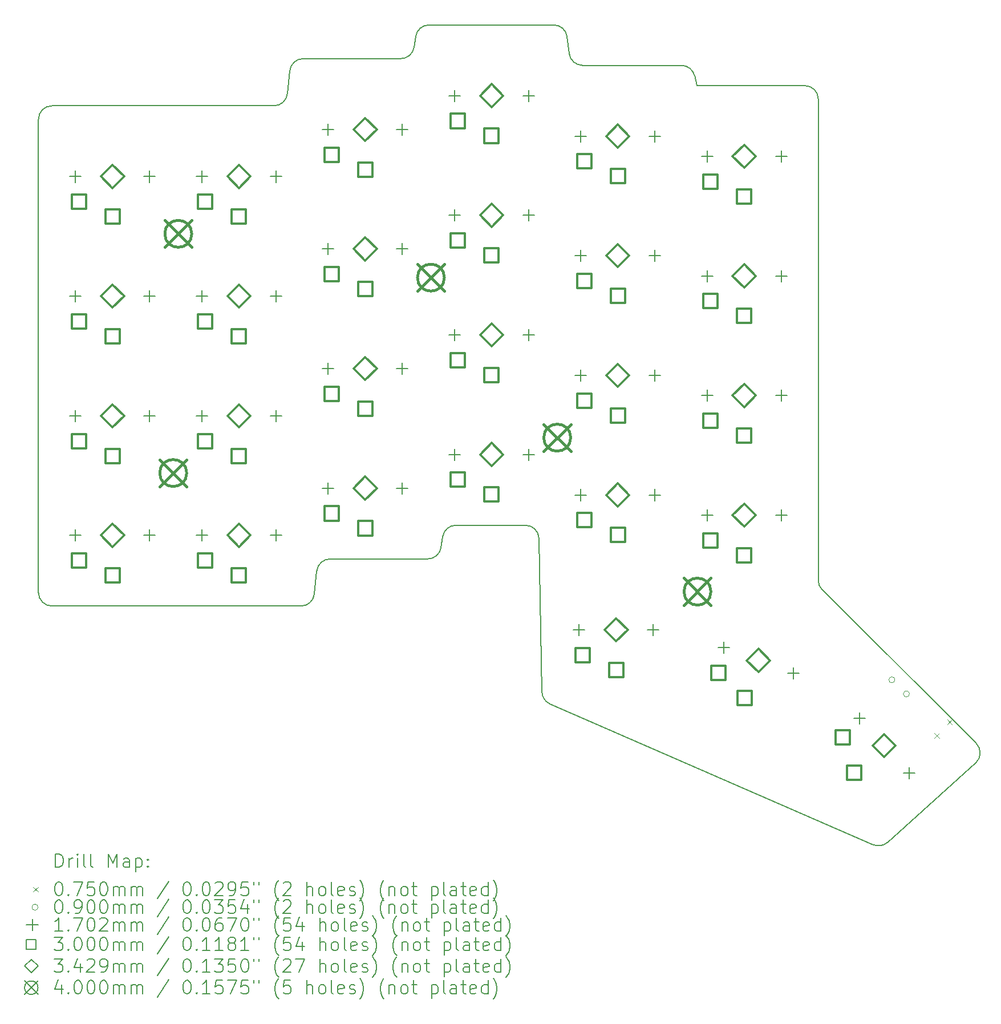
<source format=gbr>
%TF.GenerationSoftware,KiCad,Pcbnew,8.0.7*%
%TF.CreationDate,2024-12-27T12:51:14-06:00*%
%TF.ProjectId,left,6c656674-2e6b-4696-9361-645f70636258,v1.0.0*%
%TF.SameCoordinates,Original*%
%TF.FileFunction,Drillmap*%
%TF.FilePolarity,Positive*%
%FSLAX45Y45*%
G04 Gerber Fmt 4.5, Leading zero omitted, Abs format (unit mm)*
G04 Created by KiCad (PCBNEW 8.0.7) date 2024-12-27 12:51:14*
%MOMM*%
%LPD*%
G01*
G04 APERTURE LIST*
%ADD10C,0.150000*%
%ADD11C,0.200000*%
%ADD12C,0.100000*%
%ADD13C,0.170180*%
%ADD14C,0.300000*%
%ADD15C,0.342900*%
%ADD16C,0.400000*%
G04 APERTURE END LIST*
D10*
X16492642Y-17501232D02*
G75*
G02*
X16372531Y-17321710I79858J183372D01*
G01*
X14697237Y-7425000D02*
X16548444Y-7425000D01*
X16976556Y-8025000D02*
G75*
G02*
X16778105Y-7849806I4J200000D01*
G01*
X14875550Y-15179668D02*
G75*
G02*
X14677762Y-15350002I-197790J29668D01*
G01*
X9100000Y-16050000D02*
G75*
G02*
X8900000Y-15850000I0J200000D01*
G01*
X22819739Y-18087858D02*
G75*
G02*
X22812355Y-18378119I-141209J-141633D01*
G01*
X21290582Y-19590663D02*
X16492642Y-17501232D01*
X20475000Y-8525000D02*
X20475000Y-15666985D01*
X14677762Y-15350000D02*
X13229716Y-15350000D01*
X13030854Y-15528693D02*
G75*
G02*
X13229716Y-15349996I198866J-21307D01*
G01*
X8900000Y-8825000D02*
G75*
G02*
X9100000Y-8625000I200000J0D01*
G01*
X13030854Y-15528693D02*
X12994146Y-15871307D01*
X12829716Y-7925000D02*
X14277762Y-7925000D01*
X16548444Y-7425000D02*
G75*
G02*
X16746895Y-7600193I-4J-200000D01*
G01*
X20275000Y-8325000D02*
G75*
G02*
X20475000Y-8525000I0J-200000D01*
G01*
X12630854Y-8103693D02*
G75*
G02*
X12829716Y-7924996I198866J-21307D01*
G01*
X9100000Y-8625000D02*
X12395284Y-8625000D01*
X16746899Y-7600193D02*
X16778101Y-7849807D01*
X16976556Y-8025000D02*
X18443850Y-8025000D01*
X14899450Y-15020332D02*
X14875550Y-15179668D01*
X18637877Y-8176487D02*
X18675010Y-8325000D01*
X8900000Y-15850000D02*
X8900000Y-8825000D01*
X16372533Y-17321710D02*
X16328772Y-15046155D01*
X18443850Y-8025000D02*
G75*
G02*
X18637877Y-8176487I0J-200000D01*
G01*
X20533787Y-15808614D02*
X22819739Y-18087858D01*
X22812352Y-18378116D02*
X21504261Y-19555925D01*
X16128809Y-14850000D02*
X15097237Y-14850000D01*
X14899450Y-15020332D02*
G75*
G02*
X15097237Y-14849997I197790J-29668D01*
G01*
X12994146Y-15871307D02*
G75*
G02*
X12795284Y-16050004I-198866J21307D01*
G01*
X14499450Y-7595332D02*
G75*
G02*
X14697237Y-7424997I197790J-29668D01*
G01*
X18675010Y-8325000D02*
X20275000Y-8325000D01*
X9100000Y-16050000D02*
X12795284Y-16050000D01*
X12594146Y-8446307D02*
G75*
G02*
X12395284Y-8625004I-198866J21307D01*
G01*
X21504261Y-19555925D02*
G75*
G02*
X21290584Y-19590659I-133821J148625D01*
G01*
X14475550Y-7754668D02*
G75*
G02*
X14277762Y-7925002I-197790J29668D01*
G01*
X20533787Y-15808614D02*
G75*
G02*
X20474996Y-15666985I141213J141634D01*
G01*
X16128809Y-14850000D02*
G75*
G02*
X16328773Y-15046155I1J-200000D01*
G01*
X12594146Y-8446307D02*
X12630854Y-8103693D01*
X14475550Y-7754668D02*
X14499450Y-7595332D01*
D11*
D12*
X22196874Y-17931992D02*
X22271874Y-18006992D01*
X22271874Y-17931992D02*
X22196874Y-18006992D01*
X22387905Y-17734174D02*
X22462905Y-17809174D01*
X22462905Y-17734174D02*
X22387905Y-17809174D01*
X21612751Y-17144393D02*
G75*
G02*
X21522751Y-17144393I-45000J0D01*
G01*
X21522751Y-17144393D02*
G75*
G02*
X21612751Y-17144393I45000J0D01*
G01*
X21828553Y-17352791D02*
G75*
G02*
X21738553Y-17352791I-45000J0D01*
G01*
X21738553Y-17352791D02*
G75*
G02*
X21828553Y-17352791I45000J0D01*
G01*
D13*
X9450000Y-9589910D02*
X9450000Y-9760090D01*
X9364910Y-9675000D02*
X9535090Y-9675000D01*
X9450000Y-11364910D02*
X9450000Y-11535090D01*
X9364910Y-11450000D02*
X9535090Y-11450000D01*
X9450000Y-13139910D02*
X9450000Y-13310090D01*
X9364910Y-13225000D02*
X9535090Y-13225000D01*
X9450000Y-14914910D02*
X9450000Y-15085090D01*
X9364910Y-15000000D02*
X9535090Y-15000000D01*
X10550000Y-9589910D02*
X10550000Y-9760090D01*
X10464910Y-9675000D02*
X10635090Y-9675000D01*
X10550000Y-11364910D02*
X10550000Y-11535090D01*
X10464910Y-11450000D02*
X10635090Y-11450000D01*
X10550000Y-13139910D02*
X10550000Y-13310090D01*
X10464910Y-13225000D02*
X10635090Y-13225000D01*
X10550000Y-14914910D02*
X10550000Y-15085090D01*
X10464910Y-15000000D02*
X10635090Y-15000000D01*
X11325000Y-9589910D02*
X11325000Y-9760090D01*
X11239910Y-9675000D02*
X11410090Y-9675000D01*
X11325000Y-11364910D02*
X11325000Y-11535090D01*
X11239910Y-11450000D02*
X11410090Y-11450000D01*
X11325000Y-13139910D02*
X11325000Y-13310090D01*
X11239910Y-13225000D02*
X11410090Y-13225000D01*
X11325000Y-14914910D02*
X11325000Y-15085090D01*
X11239910Y-15000000D02*
X11410090Y-15000000D01*
X12425000Y-9589910D02*
X12425000Y-9760090D01*
X12339910Y-9675000D02*
X12510090Y-9675000D01*
X12425000Y-11364910D02*
X12425000Y-11535090D01*
X12339910Y-11450000D02*
X12510090Y-11450000D01*
X12425000Y-13139910D02*
X12425000Y-13310090D01*
X12339910Y-13225000D02*
X12510090Y-13225000D01*
X12425000Y-14914910D02*
X12425000Y-15085090D01*
X12339910Y-15000000D02*
X12510090Y-15000000D01*
X13200000Y-8889910D02*
X13200000Y-9060090D01*
X13114910Y-8975000D02*
X13285090Y-8975000D01*
X13200000Y-10664910D02*
X13200000Y-10835090D01*
X13114910Y-10750000D02*
X13285090Y-10750000D01*
X13200000Y-12439910D02*
X13200000Y-12610090D01*
X13114910Y-12525000D02*
X13285090Y-12525000D01*
X13200000Y-14214910D02*
X13200000Y-14385090D01*
X13114910Y-14300000D02*
X13285090Y-14300000D01*
X14300000Y-8889910D02*
X14300000Y-9060090D01*
X14214910Y-8975000D02*
X14385090Y-8975000D01*
X14300000Y-10664910D02*
X14300000Y-10835090D01*
X14214910Y-10750000D02*
X14385090Y-10750000D01*
X14300000Y-12439910D02*
X14300000Y-12610090D01*
X14214910Y-12525000D02*
X14385090Y-12525000D01*
X14300000Y-14214910D02*
X14300000Y-14385090D01*
X14214910Y-14300000D02*
X14385090Y-14300000D01*
X15075000Y-8389910D02*
X15075000Y-8560090D01*
X14989910Y-8475000D02*
X15160090Y-8475000D01*
X15075000Y-10164910D02*
X15075000Y-10335090D01*
X14989910Y-10250000D02*
X15160090Y-10250000D01*
X15075000Y-11939910D02*
X15075000Y-12110090D01*
X14989910Y-12025000D02*
X15160090Y-12025000D01*
X15075000Y-13714910D02*
X15075000Y-13885090D01*
X14989910Y-13800000D02*
X15160090Y-13800000D01*
X16175000Y-8389910D02*
X16175000Y-8560090D01*
X16089910Y-8475000D02*
X16260090Y-8475000D01*
X16175000Y-10164910D02*
X16175000Y-10335090D01*
X16089910Y-10250000D02*
X16260090Y-10250000D01*
X16175000Y-11939910D02*
X16175000Y-12110090D01*
X16089910Y-12025000D02*
X16260090Y-12025000D01*
X16175000Y-13714910D02*
X16175000Y-13885090D01*
X16089910Y-13800000D02*
X16260090Y-13800000D01*
X16925000Y-16314910D02*
X16925000Y-16485090D01*
X16839910Y-16400000D02*
X17010090Y-16400000D01*
X16950000Y-8989910D02*
X16950000Y-9160090D01*
X16864910Y-9075000D02*
X17035090Y-9075000D01*
X16950000Y-10764910D02*
X16950000Y-10935090D01*
X16864910Y-10850000D02*
X17035090Y-10850000D01*
X16950000Y-12539910D02*
X16950000Y-12710090D01*
X16864910Y-12625000D02*
X17035090Y-12625000D01*
X16950000Y-14314910D02*
X16950000Y-14485090D01*
X16864910Y-14400000D02*
X17035090Y-14400000D01*
X18025000Y-16314910D02*
X18025000Y-16485090D01*
X17939910Y-16400000D02*
X18110090Y-16400000D01*
X18050000Y-8989910D02*
X18050000Y-9160090D01*
X17964910Y-9075000D02*
X18135090Y-9075000D01*
X18050000Y-10764910D02*
X18050000Y-10935090D01*
X17964910Y-10850000D02*
X18135090Y-10850000D01*
X18050000Y-12539910D02*
X18050000Y-12710090D01*
X17964910Y-12625000D02*
X18135090Y-12625000D01*
X18050000Y-14314910D02*
X18050000Y-14485090D01*
X17964910Y-14400000D02*
X18135090Y-14400000D01*
X18825000Y-9289910D02*
X18825000Y-9460090D01*
X18739910Y-9375000D02*
X18910090Y-9375000D01*
X18825000Y-11064910D02*
X18825000Y-11235090D01*
X18739910Y-11150000D02*
X18910090Y-11150000D01*
X18825000Y-12839910D02*
X18825000Y-13010090D01*
X18739910Y-12925000D02*
X18910090Y-12925000D01*
X18825000Y-14614910D02*
X18825000Y-14785090D01*
X18739910Y-14700000D02*
X18910090Y-14700000D01*
X19070126Y-16582949D02*
X19070126Y-16753129D01*
X18985036Y-16668039D02*
X19155216Y-16668039D01*
X19925000Y-9289910D02*
X19925000Y-9460090D01*
X19839910Y-9375000D02*
X20010090Y-9375000D01*
X19925000Y-11064910D02*
X19925000Y-11235090D01*
X19839910Y-11150000D02*
X20010090Y-11150000D01*
X19925000Y-12839910D02*
X19925000Y-13010090D01*
X19839910Y-12925000D02*
X20010090Y-12925000D01*
X19925000Y-14614910D02*
X19925000Y-14785090D01*
X19839910Y-14700000D02*
X20010090Y-14700000D01*
X20103788Y-16959171D02*
X20103788Y-17129351D01*
X20018698Y-17044261D02*
X20188878Y-17044261D01*
X21084837Y-17628193D02*
X21084837Y-17798373D01*
X20999747Y-17713283D02*
X21169927Y-17713283D01*
X21820881Y-18445652D02*
X21820881Y-18615832D01*
X21735791Y-18530742D02*
X21905971Y-18530742D01*
D14*
X9606067Y-10156067D02*
X9606067Y-9943933D01*
X9393933Y-9943933D01*
X9393933Y-10156067D01*
X9606067Y-10156067D01*
X9606067Y-11931067D02*
X9606067Y-11718933D01*
X9393933Y-11718933D01*
X9393933Y-11931067D01*
X9606067Y-11931067D01*
X9606067Y-13706067D02*
X9606067Y-13493933D01*
X9393933Y-13493933D01*
X9393933Y-13706067D01*
X9606067Y-13706067D01*
X9606067Y-15481067D02*
X9606067Y-15268933D01*
X9393933Y-15268933D01*
X9393933Y-15481067D01*
X9606067Y-15481067D01*
X10106067Y-10376067D02*
X10106067Y-10163933D01*
X9893933Y-10163933D01*
X9893933Y-10376067D01*
X10106067Y-10376067D01*
X10106067Y-12151067D02*
X10106067Y-11938933D01*
X9893933Y-11938933D01*
X9893933Y-12151067D01*
X10106067Y-12151067D01*
X10106067Y-13926067D02*
X10106067Y-13713933D01*
X9893933Y-13713933D01*
X9893933Y-13926067D01*
X10106067Y-13926067D01*
X10106067Y-15701067D02*
X10106067Y-15488933D01*
X9893933Y-15488933D01*
X9893933Y-15701067D01*
X10106067Y-15701067D01*
X11481067Y-10156067D02*
X11481067Y-9943933D01*
X11268933Y-9943933D01*
X11268933Y-10156067D01*
X11481067Y-10156067D01*
X11481067Y-11931067D02*
X11481067Y-11718933D01*
X11268933Y-11718933D01*
X11268933Y-11931067D01*
X11481067Y-11931067D01*
X11481067Y-13706067D02*
X11481067Y-13493933D01*
X11268933Y-13493933D01*
X11268933Y-13706067D01*
X11481067Y-13706067D01*
X11481067Y-15481067D02*
X11481067Y-15268933D01*
X11268933Y-15268933D01*
X11268933Y-15481067D01*
X11481067Y-15481067D01*
X11981067Y-10376067D02*
X11981067Y-10163933D01*
X11768933Y-10163933D01*
X11768933Y-10376067D01*
X11981067Y-10376067D01*
X11981067Y-12151067D02*
X11981067Y-11938933D01*
X11768933Y-11938933D01*
X11768933Y-12151067D01*
X11981067Y-12151067D01*
X11981067Y-13926067D02*
X11981067Y-13713933D01*
X11768933Y-13713933D01*
X11768933Y-13926067D01*
X11981067Y-13926067D01*
X11981067Y-15701067D02*
X11981067Y-15488933D01*
X11768933Y-15488933D01*
X11768933Y-15701067D01*
X11981067Y-15701067D01*
X13356067Y-9456067D02*
X13356067Y-9243933D01*
X13143933Y-9243933D01*
X13143933Y-9456067D01*
X13356067Y-9456067D01*
X13356067Y-11231067D02*
X13356067Y-11018933D01*
X13143933Y-11018933D01*
X13143933Y-11231067D01*
X13356067Y-11231067D01*
X13356067Y-13006067D02*
X13356067Y-12793933D01*
X13143933Y-12793933D01*
X13143933Y-13006067D01*
X13356067Y-13006067D01*
X13356067Y-14781067D02*
X13356067Y-14568933D01*
X13143933Y-14568933D01*
X13143933Y-14781067D01*
X13356067Y-14781067D01*
X13856067Y-9676067D02*
X13856067Y-9463933D01*
X13643933Y-9463933D01*
X13643933Y-9676067D01*
X13856067Y-9676067D01*
X13856067Y-11451067D02*
X13856067Y-11238933D01*
X13643933Y-11238933D01*
X13643933Y-11451067D01*
X13856067Y-11451067D01*
X13856067Y-13226067D02*
X13856067Y-13013933D01*
X13643933Y-13013933D01*
X13643933Y-13226067D01*
X13856067Y-13226067D01*
X13856067Y-15001067D02*
X13856067Y-14788933D01*
X13643933Y-14788933D01*
X13643933Y-15001067D01*
X13856067Y-15001067D01*
X15231067Y-8956067D02*
X15231067Y-8743933D01*
X15018933Y-8743933D01*
X15018933Y-8956067D01*
X15231067Y-8956067D01*
X15231067Y-10731067D02*
X15231067Y-10518933D01*
X15018933Y-10518933D01*
X15018933Y-10731067D01*
X15231067Y-10731067D01*
X15231067Y-12506067D02*
X15231067Y-12293933D01*
X15018933Y-12293933D01*
X15018933Y-12506067D01*
X15231067Y-12506067D01*
X15231067Y-14281067D02*
X15231067Y-14068933D01*
X15018933Y-14068933D01*
X15018933Y-14281067D01*
X15231067Y-14281067D01*
X15731067Y-9176067D02*
X15731067Y-8963933D01*
X15518933Y-8963933D01*
X15518933Y-9176067D01*
X15731067Y-9176067D01*
X15731067Y-10951067D02*
X15731067Y-10738933D01*
X15518933Y-10738933D01*
X15518933Y-10951067D01*
X15731067Y-10951067D01*
X15731067Y-12726067D02*
X15731067Y-12513933D01*
X15518933Y-12513933D01*
X15518933Y-12726067D01*
X15731067Y-12726067D01*
X15731067Y-14501067D02*
X15731067Y-14288933D01*
X15518933Y-14288933D01*
X15518933Y-14501067D01*
X15731067Y-14501067D01*
X17081067Y-16881067D02*
X17081067Y-16668933D01*
X16868933Y-16668933D01*
X16868933Y-16881067D01*
X17081067Y-16881067D01*
X17106067Y-9556067D02*
X17106067Y-9343933D01*
X16893933Y-9343933D01*
X16893933Y-9556067D01*
X17106067Y-9556067D01*
X17106067Y-11331067D02*
X17106067Y-11118933D01*
X16893933Y-11118933D01*
X16893933Y-11331067D01*
X17106067Y-11331067D01*
X17106067Y-13106067D02*
X17106067Y-12893933D01*
X16893933Y-12893933D01*
X16893933Y-13106067D01*
X17106067Y-13106067D01*
X17106067Y-14881067D02*
X17106067Y-14668933D01*
X16893933Y-14668933D01*
X16893933Y-14881067D01*
X17106067Y-14881067D01*
X17581067Y-17101067D02*
X17581067Y-16888933D01*
X17368933Y-16888933D01*
X17368933Y-17101067D01*
X17581067Y-17101067D01*
X17606067Y-9776067D02*
X17606067Y-9563933D01*
X17393933Y-9563933D01*
X17393933Y-9776067D01*
X17606067Y-9776067D01*
X17606067Y-11551067D02*
X17606067Y-11338933D01*
X17393933Y-11338933D01*
X17393933Y-11551067D01*
X17606067Y-11551067D01*
X17606067Y-13326067D02*
X17606067Y-13113933D01*
X17393933Y-13113933D01*
X17393933Y-13326067D01*
X17606067Y-13326067D01*
X17606067Y-15101067D02*
X17606067Y-14888933D01*
X17393933Y-14888933D01*
X17393933Y-15101067D01*
X17606067Y-15101067D01*
X18981067Y-9856067D02*
X18981067Y-9643933D01*
X18768933Y-9643933D01*
X18768933Y-9856067D01*
X18981067Y-9856067D01*
X18981067Y-11631067D02*
X18981067Y-11418933D01*
X18768933Y-11418933D01*
X18768933Y-11631067D01*
X18981067Y-11631067D01*
X18981067Y-13406067D02*
X18981067Y-13193933D01*
X18768933Y-13193933D01*
X18768933Y-13406067D01*
X18981067Y-13406067D01*
X18981067Y-15181067D02*
X18981067Y-14968933D01*
X18768933Y-14968933D01*
X18768933Y-15181067D01*
X18981067Y-15181067D01*
X19094920Y-17143592D02*
X19094920Y-16931458D01*
X18882786Y-16931458D01*
X18882786Y-17143592D01*
X19094920Y-17143592D01*
X19481067Y-10076067D02*
X19481067Y-9863933D01*
X19268933Y-9863933D01*
X19268933Y-10076067D01*
X19481067Y-10076067D01*
X19481067Y-11851067D02*
X19481067Y-11638933D01*
X19268933Y-11638933D01*
X19268933Y-11851067D01*
X19481067Y-11851067D01*
X19481067Y-13626067D02*
X19481067Y-13413933D01*
X19268933Y-13413933D01*
X19268933Y-13626067D01*
X19481067Y-13626067D01*
X19481067Y-15401067D02*
X19481067Y-15188933D01*
X19268933Y-15188933D01*
X19268933Y-15401067D01*
X19481067Y-15401067D01*
X19489522Y-17521334D02*
X19489522Y-17309200D01*
X19277388Y-17309200D01*
X19277388Y-17521334D01*
X19489522Y-17521334D01*
X20945681Y-18107431D02*
X20945681Y-17895297D01*
X20733547Y-17895297D01*
X20733547Y-18107431D01*
X20945681Y-18107431D01*
X21116755Y-18626212D02*
X21116755Y-18414078D01*
X20904621Y-18414078D01*
X20904621Y-18626212D01*
X21116755Y-18626212D01*
D15*
X10000000Y-9846450D02*
X10171450Y-9675000D01*
X10000000Y-9503550D01*
X9828550Y-9675000D01*
X10000000Y-9846450D01*
X10000000Y-11621450D02*
X10171450Y-11450000D01*
X10000000Y-11278550D01*
X9828550Y-11450000D01*
X10000000Y-11621450D01*
X10000000Y-13396450D02*
X10171450Y-13225000D01*
X10000000Y-13053550D01*
X9828550Y-13225000D01*
X10000000Y-13396450D01*
X10000000Y-15171450D02*
X10171450Y-15000000D01*
X10000000Y-14828550D01*
X9828550Y-15000000D01*
X10000000Y-15171450D01*
X11875000Y-9846450D02*
X12046450Y-9675000D01*
X11875000Y-9503550D01*
X11703550Y-9675000D01*
X11875000Y-9846450D01*
X11875000Y-11621450D02*
X12046450Y-11450000D01*
X11875000Y-11278550D01*
X11703550Y-11450000D01*
X11875000Y-11621450D01*
X11875000Y-13396450D02*
X12046450Y-13225000D01*
X11875000Y-13053550D01*
X11703550Y-13225000D01*
X11875000Y-13396450D01*
X11875000Y-15171450D02*
X12046450Y-15000000D01*
X11875000Y-14828550D01*
X11703550Y-15000000D01*
X11875000Y-15171450D01*
X13750000Y-9146450D02*
X13921450Y-8975000D01*
X13750000Y-8803550D01*
X13578550Y-8975000D01*
X13750000Y-9146450D01*
X13750000Y-10921450D02*
X13921450Y-10750000D01*
X13750000Y-10578550D01*
X13578550Y-10750000D01*
X13750000Y-10921450D01*
X13750000Y-12696450D02*
X13921450Y-12525000D01*
X13750000Y-12353550D01*
X13578550Y-12525000D01*
X13750000Y-12696450D01*
X13750000Y-14471450D02*
X13921450Y-14300000D01*
X13750000Y-14128550D01*
X13578550Y-14300000D01*
X13750000Y-14471450D01*
X15625000Y-8646450D02*
X15796450Y-8475000D01*
X15625000Y-8303550D01*
X15453550Y-8475000D01*
X15625000Y-8646450D01*
X15625000Y-10421450D02*
X15796450Y-10250000D01*
X15625000Y-10078550D01*
X15453550Y-10250000D01*
X15625000Y-10421450D01*
X15625000Y-12196450D02*
X15796450Y-12025000D01*
X15625000Y-11853550D01*
X15453550Y-12025000D01*
X15625000Y-12196450D01*
X15625000Y-13971450D02*
X15796450Y-13800000D01*
X15625000Y-13628550D01*
X15453550Y-13800000D01*
X15625000Y-13971450D01*
X17475000Y-16571450D02*
X17646450Y-16400000D01*
X17475000Y-16228550D01*
X17303550Y-16400000D01*
X17475000Y-16571450D01*
X17500000Y-9246450D02*
X17671450Y-9075000D01*
X17500000Y-8903550D01*
X17328550Y-9075000D01*
X17500000Y-9246450D01*
X17500000Y-11021450D02*
X17671450Y-10850000D01*
X17500000Y-10678550D01*
X17328550Y-10850000D01*
X17500000Y-11021450D01*
X17500000Y-12796450D02*
X17671450Y-12625000D01*
X17500000Y-12453550D01*
X17328550Y-12625000D01*
X17500000Y-12796450D01*
X17500000Y-14571450D02*
X17671450Y-14400000D01*
X17500000Y-14228550D01*
X17328550Y-14400000D01*
X17500000Y-14571450D01*
X19375000Y-9546450D02*
X19546450Y-9375000D01*
X19375000Y-9203550D01*
X19203550Y-9375000D01*
X19375000Y-9546450D01*
X19375000Y-11321450D02*
X19546450Y-11150000D01*
X19375000Y-10978550D01*
X19203550Y-11150000D01*
X19375000Y-11321450D01*
X19375000Y-13096450D02*
X19546450Y-12925000D01*
X19375000Y-12753550D01*
X19203550Y-12925000D01*
X19375000Y-13096450D01*
X19375000Y-14871450D02*
X19546450Y-14700000D01*
X19375000Y-14528550D01*
X19203550Y-14700000D01*
X19375000Y-14871450D01*
X19586957Y-17027600D02*
X19758407Y-16856150D01*
X19586957Y-16684700D01*
X19415507Y-16856150D01*
X19586957Y-17027600D01*
X21452859Y-18293462D02*
X21624309Y-18122012D01*
X21452859Y-17950562D01*
X21281409Y-18122012D01*
X21452859Y-18293462D01*
D16*
X10700000Y-13875000D02*
X11100000Y-14275000D01*
X11100000Y-13875000D02*
X10700000Y-14275000D01*
X11100000Y-14075000D02*
G75*
G02*
X10700000Y-14075000I-200000J0D01*
G01*
X10700000Y-14075000D02*
G75*
G02*
X11100000Y-14075000I200000J0D01*
G01*
X10775000Y-10325000D02*
X11175000Y-10725000D01*
X11175000Y-10325000D02*
X10775000Y-10725000D01*
X11175000Y-10525000D02*
G75*
G02*
X10775000Y-10525000I-200000J0D01*
G01*
X10775000Y-10525000D02*
G75*
G02*
X11175000Y-10525000I200000J0D01*
G01*
X14525000Y-10975000D02*
X14925000Y-11375000D01*
X14925000Y-10975000D02*
X14525000Y-11375000D01*
X14925000Y-11175000D02*
G75*
G02*
X14525000Y-11175000I-200000J0D01*
G01*
X14525000Y-11175000D02*
G75*
G02*
X14925000Y-11175000I200000J0D01*
G01*
X16400000Y-13350000D02*
X16800000Y-13750000D01*
X16800000Y-13350000D02*
X16400000Y-13750000D01*
X16800000Y-13550000D02*
G75*
G02*
X16400000Y-13550000I-200000J0D01*
G01*
X16400000Y-13550000D02*
G75*
G02*
X16800000Y-13550000I200000J0D01*
G01*
X18481639Y-15634926D02*
X18881639Y-16034926D01*
X18881639Y-15634926D02*
X18481639Y-16034926D01*
X18881639Y-15834926D02*
G75*
G02*
X18481639Y-15834926I-200000J0D01*
G01*
X18481639Y-15834926D02*
G75*
G02*
X18881639Y-15834926I200000J0D01*
G01*
D11*
X9153277Y-19926278D02*
X9153277Y-19726278D01*
X9153277Y-19726278D02*
X9200896Y-19726278D01*
X9200896Y-19726278D02*
X9229467Y-19735802D01*
X9229467Y-19735802D02*
X9248515Y-19754849D01*
X9248515Y-19754849D02*
X9258039Y-19773897D01*
X9258039Y-19773897D02*
X9267563Y-19811992D01*
X9267563Y-19811992D02*
X9267563Y-19840564D01*
X9267563Y-19840564D02*
X9258039Y-19878659D01*
X9258039Y-19878659D02*
X9248515Y-19897706D01*
X9248515Y-19897706D02*
X9229467Y-19916754D01*
X9229467Y-19916754D02*
X9200896Y-19926278D01*
X9200896Y-19926278D02*
X9153277Y-19926278D01*
X9353277Y-19926278D02*
X9353277Y-19792945D01*
X9353277Y-19831040D02*
X9362801Y-19811992D01*
X9362801Y-19811992D02*
X9372324Y-19802468D01*
X9372324Y-19802468D02*
X9391372Y-19792945D01*
X9391372Y-19792945D02*
X9410420Y-19792945D01*
X9477086Y-19926278D02*
X9477086Y-19792945D01*
X9477086Y-19726278D02*
X9467563Y-19735802D01*
X9467563Y-19735802D02*
X9477086Y-19745326D01*
X9477086Y-19745326D02*
X9486610Y-19735802D01*
X9486610Y-19735802D02*
X9477086Y-19726278D01*
X9477086Y-19726278D02*
X9477086Y-19745326D01*
X9600896Y-19926278D02*
X9581848Y-19916754D01*
X9581848Y-19916754D02*
X9572324Y-19897706D01*
X9572324Y-19897706D02*
X9572324Y-19726278D01*
X9705658Y-19926278D02*
X9686610Y-19916754D01*
X9686610Y-19916754D02*
X9677086Y-19897706D01*
X9677086Y-19897706D02*
X9677086Y-19726278D01*
X9934229Y-19926278D02*
X9934229Y-19726278D01*
X9934229Y-19726278D02*
X10000896Y-19869135D01*
X10000896Y-19869135D02*
X10067563Y-19726278D01*
X10067563Y-19726278D02*
X10067563Y-19926278D01*
X10248515Y-19926278D02*
X10248515Y-19821516D01*
X10248515Y-19821516D02*
X10238991Y-19802468D01*
X10238991Y-19802468D02*
X10219944Y-19792945D01*
X10219944Y-19792945D02*
X10181848Y-19792945D01*
X10181848Y-19792945D02*
X10162801Y-19802468D01*
X10248515Y-19916754D02*
X10229467Y-19926278D01*
X10229467Y-19926278D02*
X10181848Y-19926278D01*
X10181848Y-19926278D02*
X10162801Y-19916754D01*
X10162801Y-19916754D02*
X10153277Y-19897706D01*
X10153277Y-19897706D02*
X10153277Y-19878659D01*
X10153277Y-19878659D02*
X10162801Y-19859611D01*
X10162801Y-19859611D02*
X10181848Y-19850087D01*
X10181848Y-19850087D02*
X10229467Y-19850087D01*
X10229467Y-19850087D02*
X10248515Y-19840564D01*
X10343753Y-19792945D02*
X10343753Y-19992945D01*
X10343753Y-19802468D02*
X10362801Y-19792945D01*
X10362801Y-19792945D02*
X10400896Y-19792945D01*
X10400896Y-19792945D02*
X10419944Y-19802468D01*
X10419944Y-19802468D02*
X10429467Y-19811992D01*
X10429467Y-19811992D02*
X10438991Y-19831040D01*
X10438991Y-19831040D02*
X10438991Y-19888183D01*
X10438991Y-19888183D02*
X10429467Y-19907230D01*
X10429467Y-19907230D02*
X10419944Y-19916754D01*
X10419944Y-19916754D02*
X10400896Y-19926278D01*
X10400896Y-19926278D02*
X10362801Y-19926278D01*
X10362801Y-19926278D02*
X10343753Y-19916754D01*
X10524705Y-19907230D02*
X10534229Y-19916754D01*
X10534229Y-19916754D02*
X10524705Y-19926278D01*
X10524705Y-19926278D02*
X10515182Y-19916754D01*
X10515182Y-19916754D02*
X10524705Y-19907230D01*
X10524705Y-19907230D02*
X10524705Y-19926278D01*
X10524705Y-19802468D02*
X10534229Y-19811992D01*
X10534229Y-19811992D02*
X10524705Y-19821516D01*
X10524705Y-19821516D02*
X10515182Y-19811992D01*
X10515182Y-19811992D02*
X10524705Y-19802468D01*
X10524705Y-19802468D02*
X10524705Y-19821516D01*
D12*
X8817500Y-20217294D02*
X8892500Y-20292294D01*
X8892500Y-20217294D02*
X8817500Y-20292294D01*
D11*
X9191372Y-20146278D02*
X9210420Y-20146278D01*
X9210420Y-20146278D02*
X9229467Y-20155802D01*
X9229467Y-20155802D02*
X9238991Y-20165326D01*
X9238991Y-20165326D02*
X9248515Y-20184373D01*
X9248515Y-20184373D02*
X9258039Y-20222468D01*
X9258039Y-20222468D02*
X9258039Y-20270087D01*
X9258039Y-20270087D02*
X9248515Y-20308183D01*
X9248515Y-20308183D02*
X9238991Y-20327230D01*
X9238991Y-20327230D02*
X9229467Y-20336754D01*
X9229467Y-20336754D02*
X9210420Y-20346278D01*
X9210420Y-20346278D02*
X9191372Y-20346278D01*
X9191372Y-20346278D02*
X9172324Y-20336754D01*
X9172324Y-20336754D02*
X9162801Y-20327230D01*
X9162801Y-20327230D02*
X9153277Y-20308183D01*
X9153277Y-20308183D02*
X9143753Y-20270087D01*
X9143753Y-20270087D02*
X9143753Y-20222468D01*
X9143753Y-20222468D02*
X9153277Y-20184373D01*
X9153277Y-20184373D02*
X9162801Y-20165326D01*
X9162801Y-20165326D02*
X9172324Y-20155802D01*
X9172324Y-20155802D02*
X9191372Y-20146278D01*
X9343753Y-20327230D02*
X9353277Y-20336754D01*
X9353277Y-20336754D02*
X9343753Y-20346278D01*
X9343753Y-20346278D02*
X9334229Y-20336754D01*
X9334229Y-20336754D02*
X9343753Y-20327230D01*
X9343753Y-20327230D02*
X9343753Y-20346278D01*
X9419944Y-20146278D02*
X9553277Y-20146278D01*
X9553277Y-20146278D02*
X9467563Y-20346278D01*
X9724705Y-20146278D02*
X9629467Y-20146278D01*
X9629467Y-20146278D02*
X9619944Y-20241516D01*
X9619944Y-20241516D02*
X9629467Y-20231992D01*
X9629467Y-20231992D02*
X9648515Y-20222468D01*
X9648515Y-20222468D02*
X9696134Y-20222468D01*
X9696134Y-20222468D02*
X9715182Y-20231992D01*
X9715182Y-20231992D02*
X9724705Y-20241516D01*
X9724705Y-20241516D02*
X9734229Y-20260564D01*
X9734229Y-20260564D02*
X9734229Y-20308183D01*
X9734229Y-20308183D02*
X9724705Y-20327230D01*
X9724705Y-20327230D02*
X9715182Y-20336754D01*
X9715182Y-20336754D02*
X9696134Y-20346278D01*
X9696134Y-20346278D02*
X9648515Y-20346278D01*
X9648515Y-20346278D02*
X9629467Y-20336754D01*
X9629467Y-20336754D02*
X9619944Y-20327230D01*
X9858039Y-20146278D02*
X9877086Y-20146278D01*
X9877086Y-20146278D02*
X9896134Y-20155802D01*
X9896134Y-20155802D02*
X9905658Y-20165326D01*
X9905658Y-20165326D02*
X9915182Y-20184373D01*
X9915182Y-20184373D02*
X9924705Y-20222468D01*
X9924705Y-20222468D02*
X9924705Y-20270087D01*
X9924705Y-20270087D02*
X9915182Y-20308183D01*
X9915182Y-20308183D02*
X9905658Y-20327230D01*
X9905658Y-20327230D02*
X9896134Y-20336754D01*
X9896134Y-20336754D02*
X9877086Y-20346278D01*
X9877086Y-20346278D02*
X9858039Y-20346278D01*
X9858039Y-20346278D02*
X9838991Y-20336754D01*
X9838991Y-20336754D02*
X9829467Y-20327230D01*
X9829467Y-20327230D02*
X9819944Y-20308183D01*
X9819944Y-20308183D02*
X9810420Y-20270087D01*
X9810420Y-20270087D02*
X9810420Y-20222468D01*
X9810420Y-20222468D02*
X9819944Y-20184373D01*
X9819944Y-20184373D02*
X9829467Y-20165326D01*
X9829467Y-20165326D02*
X9838991Y-20155802D01*
X9838991Y-20155802D02*
X9858039Y-20146278D01*
X10010420Y-20346278D02*
X10010420Y-20212945D01*
X10010420Y-20231992D02*
X10019944Y-20222468D01*
X10019944Y-20222468D02*
X10038991Y-20212945D01*
X10038991Y-20212945D02*
X10067563Y-20212945D01*
X10067563Y-20212945D02*
X10086610Y-20222468D01*
X10086610Y-20222468D02*
X10096134Y-20241516D01*
X10096134Y-20241516D02*
X10096134Y-20346278D01*
X10096134Y-20241516D02*
X10105658Y-20222468D01*
X10105658Y-20222468D02*
X10124705Y-20212945D01*
X10124705Y-20212945D02*
X10153277Y-20212945D01*
X10153277Y-20212945D02*
X10172325Y-20222468D01*
X10172325Y-20222468D02*
X10181848Y-20241516D01*
X10181848Y-20241516D02*
X10181848Y-20346278D01*
X10277086Y-20346278D02*
X10277086Y-20212945D01*
X10277086Y-20231992D02*
X10286610Y-20222468D01*
X10286610Y-20222468D02*
X10305658Y-20212945D01*
X10305658Y-20212945D02*
X10334229Y-20212945D01*
X10334229Y-20212945D02*
X10353277Y-20222468D01*
X10353277Y-20222468D02*
X10362801Y-20241516D01*
X10362801Y-20241516D02*
X10362801Y-20346278D01*
X10362801Y-20241516D02*
X10372325Y-20222468D01*
X10372325Y-20222468D02*
X10391372Y-20212945D01*
X10391372Y-20212945D02*
X10419944Y-20212945D01*
X10419944Y-20212945D02*
X10438991Y-20222468D01*
X10438991Y-20222468D02*
X10448515Y-20241516D01*
X10448515Y-20241516D02*
X10448515Y-20346278D01*
X10838991Y-20136754D02*
X10667563Y-20393897D01*
X11096134Y-20146278D02*
X11115182Y-20146278D01*
X11115182Y-20146278D02*
X11134229Y-20155802D01*
X11134229Y-20155802D02*
X11143753Y-20165326D01*
X11143753Y-20165326D02*
X11153277Y-20184373D01*
X11153277Y-20184373D02*
X11162801Y-20222468D01*
X11162801Y-20222468D02*
X11162801Y-20270087D01*
X11162801Y-20270087D02*
X11153277Y-20308183D01*
X11153277Y-20308183D02*
X11143753Y-20327230D01*
X11143753Y-20327230D02*
X11134229Y-20336754D01*
X11134229Y-20336754D02*
X11115182Y-20346278D01*
X11115182Y-20346278D02*
X11096134Y-20346278D01*
X11096134Y-20346278D02*
X11077087Y-20336754D01*
X11077087Y-20336754D02*
X11067563Y-20327230D01*
X11067563Y-20327230D02*
X11058039Y-20308183D01*
X11058039Y-20308183D02*
X11048515Y-20270087D01*
X11048515Y-20270087D02*
X11048515Y-20222468D01*
X11048515Y-20222468D02*
X11058039Y-20184373D01*
X11058039Y-20184373D02*
X11067563Y-20165326D01*
X11067563Y-20165326D02*
X11077087Y-20155802D01*
X11077087Y-20155802D02*
X11096134Y-20146278D01*
X11248515Y-20327230D02*
X11258039Y-20336754D01*
X11258039Y-20336754D02*
X11248515Y-20346278D01*
X11248515Y-20346278D02*
X11238991Y-20336754D01*
X11238991Y-20336754D02*
X11248515Y-20327230D01*
X11248515Y-20327230D02*
X11248515Y-20346278D01*
X11381848Y-20146278D02*
X11400896Y-20146278D01*
X11400896Y-20146278D02*
X11419944Y-20155802D01*
X11419944Y-20155802D02*
X11429467Y-20165326D01*
X11429467Y-20165326D02*
X11438991Y-20184373D01*
X11438991Y-20184373D02*
X11448515Y-20222468D01*
X11448515Y-20222468D02*
X11448515Y-20270087D01*
X11448515Y-20270087D02*
X11438991Y-20308183D01*
X11438991Y-20308183D02*
X11429467Y-20327230D01*
X11429467Y-20327230D02*
X11419944Y-20336754D01*
X11419944Y-20336754D02*
X11400896Y-20346278D01*
X11400896Y-20346278D02*
X11381848Y-20346278D01*
X11381848Y-20346278D02*
X11362801Y-20336754D01*
X11362801Y-20336754D02*
X11353277Y-20327230D01*
X11353277Y-20327230D02*
X11343753Y-20308183D01*
X11343753Y-20308183D02*
X11334229Y-20270087D01*
X11334229Y-20270087D02*
X11334229Y-20222468D01*
X11334229Y-20222468D02*
X11343753Y-20184373D01*
X11343753Y-20184373D02*
X11353277Y-20165326D01*
X11353277Y-20165326D02*
X11362801Y-20155802D01*
X11362801Y-20155802D02*
X11381848Y-20146278D01*
X11524706Y-20165326D02*
X11534229Y-20155802D01*
X11534229Y-20155802D02*
X11553277Y-20146278D01*
X11553277Y-20146278D02*
X11600896Y-20146278D01*
X11600896Y-20146278D02*
X11619944Y-20155802D01*
X11619944Y-20155802D02*
X11629467Y-20165326D01*
X11629467Y-20165326D02*
X11638991Y-20184373D01*
X11638991Y-20184373D02*
X11638991Y-20203421D01*
X11638991Y-20203421D02*
X11629467Y-20231992D01*
X11629467Y-20231992D02*
X11515182Y-20346278D01*
X11515182Y-20346278D02*
X11638991Y-20346278D01*
X11734229Y-20346278D02*
X11772325Y-20346278D01*
X11772325Y-20346278D02*
X11791372Y-20336754D01*
X11791372Y-20336754D02*
X11800896Y-20327230D01*
X11800896Y-20327230D02*
X11819944Y-20298659D01*
X11819944Y-20298659D02*
X11829467Y-20260564D01*
X11829467Y-20260564D02*
X11829467Y-20184373D01*
X11829467Y-20184373D02*
X11819944Y-20165326D01*
X11819944Y-20165326D02*
X11810420Y-20155802D01*
X11810420Y-20155802D02*
X11791372Y-20146278D01*
X11791372Y-20146278D02*
X11753277Y-20146278D01*
X11753277Y-20146278D02*
X11734229Y-20155802D01*
X11734229Y-20155802D02*
X11724706Y-20165326D01*
X11724706Y-20165326D02*
X11715182Y-20184373D01*
X11715182Y-20184373D02*
X11715182Y-20231992D01*
X11715182Y-20231992D02*
X11724706Y-20251040D01*
X11724706Y-20251040D02*
X11734229Y-20260564D01*
X11734229Y-20260564D02*
X11753277Y-20270087D01*
X11753277Y-20270087D02*
X11791372Y-20270087D01*
X11791372Y-20270087D02*
X11810420Y-20260564D01*
X11810420Y-20260564D02*
X11819944Y-20251040D01*
X11819944Y-20251040D02*
X11829467Y-20231992D01*
X12010420Y-20146278D02*
X11915182Y-20146278D01*
X11915182Y-20146278D02*
X11905658Y-20241516D01*
X11905658Y-20241516D02*
X11915182Y-20231992D01*
X11915182Y-20231992D02*
X11934229Y-20222468D01*
X11934229Y-20222468D02*
X11981848Y-20222468D01*
X11981848Y-20222468D02*
X12000896Y-20231992D01*
X12000896Y-20231992D02*
X12010420Y-20241516D01*
X12010420Y-20241516D02*
X12019944Y-20260564D01*
X12019944Y-20260564D02*
X12019944Y-20308183D01*
X12019944Y-20308183D02*
X12010420Y-20327230D01*
X12010420Y-20327230D02*
X12000896Y-20336754D01*
X12000896Y-20336754D02*
X11981848Y-20346278D01*
X11981848Y-20346278D02*
X11934229Y-20346278D01*
X11934229Y-20346278D02*
X11915182Y-20336754D01*
X11915182Y-20336754D02*
X11905658Y-20327230D01*
X12096134Y-20146278D02*
X12096134Y-20184373D01*
X12172325Y-20146278D02*
X12172325Y-20184373D01*
X12467563Y-20422468D02*
X12458039Y-20412945D01*
X12458039Y-20412945D02*
X12438991Y-20384373D01*
X12438991Y-20384373D02*
X12429468Y-20365326D01*
X12429468Y-20365326D02*
X12419944Y-20336754D01*
X12419944Y-20336754D02*
X12410420Y-20289135D01*
X12410420Y-20289135D02*
X12410420Y-20251040D01*
X12410420Y-20251040D02*
X12419944Y-20203421D01*
X12419944Y-20203421D02*
X12429468Y-20174849D01*
X12429468Y-20174849D02*
X12438991Y-20155802D01*
X12438991Y-20155802D02*
X12458039Y-20127230D01*
X12458039Y-20127230D02*
X12467563Y-20117706D01*
X12534229Y-20165326D02*
X12543753Y-20155802D01*
X12543753Y-20155802D02*
X12562801Y-20146278D01*
X12562801Y-20146278D02*
X12610420Y-20146278D01*
X12610420Y-20146278D02*
X12629468Y-20155802D01*
X12629468Y-20155802D02*
X12638991Y-20165326D01*
X12638991Y-20165326D02*
X12648515Y-20184373D01*
X12648515Y-20184373D02*
X12648515Y-20203421D01*
X12648515Y-20203421D02*
X12638991Y-20231992D01*
X12638991Y-20231992D02*
X12524706Y-20346278D01*
X12524706Y-20346278D02*
X12648515Y-20346278D01*
X12886610Y-20346278D02*
X12886610Y-20146278D01*
X12972325Y-20346278D02*
X12972325Y-20241516D01*
X12972325Y-20241516D02*
X12962801Y-20222468D01*
X12962801Y-20222468D02*
X12943753Y-20212945D01*
X12943753Y-20212945D02*
X12915182Y-20212945D01*
X12915182Y-20212945D02*
X12896134Y-20222468D01*
X12896134Y-20222468D02*
X12886610Y-20231992D01*
X13096134Y-20346278D02*
X13077087Y-20336754D01*
X13077087Y-20336754D02*
X13067563Y-20327230D01*
X13067563Y-20327230D02*
X13058039Y-20308183D01*
X13058039Y-20308183D02*
X13058039Y-20251040D01*
X13058039Y-20251040D02*
X13067563Y-20231992D01*
X13067563Y-20231992D02*
X13077087Y-20222468D01*
X13077087Y-20222468D02*
X13096134Y-20212945D01*
X13096134Y-20212945D02*
X13124706Y-20212945D01*
X13124706Y-20212945D02*
X13143753Y-20222468D01*
X13143753Y-20222468D02*
X13153277Y-20231992D01*
X13153277Y-20231992D02*
X13162801Y-20251040D01*
X13162801Y-20251040D02*
X13162801Y-20308183D01*
X13162801Y-20308183D02*
X13153277Y-20327230D01*
X13153277Y-20327230D02*
X13143753Y-20336754D01*
X13143753Y-20336754D02*
X13124706Y-20346278D01*
X13124706Y-20346278D02*
X13096134Y-20346278D01*
X13277087Y-20346278D02*
X13258039Y-20336754D01*
X13258039Y-20336754D02*
X13248515Y-20317706D01*
X13248515Y-20317706D02*
X13248515Y-20146278D01*
X13429468Y-20336754D02*
X13410420Y-20346278D01*
X13410420Y-20346278D02*
X13372325Y-20346278D01*
X13372325Y-20346278D02*
X13353277Y-20336754D01*
X13353277Y-20336754D02*
X13343753Y-20317706D01*
X13343753Y-20317706D02*
X13343753Y-20241516D01*
X13343753Y-20241516D02*
X13353277Y-20222468D01*
X13353277Y-20222468D02*
X13372325Y-20212945D01*
X13372325Y-20212945D02*
X13410420Y-20212945D01*
X13410420Y-20212945D02*
X13429468Y-20222468D01*
X13429468Y-20222468D02*
X13438991Y-20241516D01*
X13438991Y-20241516D02*
X13438991Y-20260564D01*
X13438991Y-20260564D02*
X13343753Y-20279611D01*
X13515182Y-20336754D02*
X13534230Y-20346278D01*
X13534230Y-20346278D02*
X13572325Y-20346278D01*
X13572325Y-20346278D02*
X13591372Y-20336754D01*
X13591372Y-20336754D02*
X13600896Y-20317706D01*
X13600896Y-20317706D02*
X13600896Y-20308183D01*
X13600896Y-20308183D02*
X13591372Y-20289135D01*
X13591372Y-20289135D02*
X13572325Y-20279611D01*
X13572325Y-20279611D02*
X13543753Y-20279611D01*
X13543753Y-20279611D02*
X13524706Y-20270087D01*
X13524706Y-20270087D02*
X13515182Y-20251040D01*
X13515182Y-20251040D02*
X13515182Y-20241516D01*
X13515182Y-20241516D02*
X13524706Y-20222468D01*
X13524706Y-20222468D02*
X13543753Y-20212945D01*
X13543753Y-20212945D02*
X13572325Y-20212945D01*
X13572325Y-20212945D02*
X13591372Y-20222468D01*
X13667563Y-20422468D02*
X13677087Y-20412945D01*
X13677087Y-20412945D02*
X13696134Y-20384373D01*
X13696134Y-20384373D02*
X13705658Y-20365326D01*
X13705658Y-20365326D02*
X13715182Y-20336754D01*
X13715182Y-20336754D02*
X13724706Y-20289135D01*
X13724706Y-20289135D02*
X13724706Y-20251040D01*
X13724706Y-20251040D02*
X13715182Y-20203421D01*
X13715182Y-20203421D02*
X13705658Y-20174849D01*
X13705658Y-20174849D02*
X13696134Y-20155802D01*
X13696134Y-20155802D02*
X13677087Y-20127230D01*
X13677087Y-20127230D02*
X13667563Y-20117706D01*
X14029468Y-20422468D02*
X14019944Y-20412945D01*
X14019944Y-20412945D02*
X14000896Y-20384373D01*
X14000896Y-20384373D02*
X13991372Y-20365326D01*
X13991372Y-20365326D02*
X13981849Y-20336754D01*
X13981849Y-20336754D02*
X13972325Y-20289135D01*
X13972325Y-20289135D02*
X13972325Y-20251040D01*
X13972325Y-20251040D02*
X13981849Y-20203421D01*
X13981849Y-20203421D02*
X13991372Y-20174849D01*
X13991372Y-20174849D02*
X14000896Y-20155802D01*
X14000896Y-20155802D02*
X14019944Y-20127230D01*
X14019944Y-20127230D02*
X14029468Y-20117706D01*
X14105658Y-20212945D02*
X14105658Y-20346278D01*
X14105658Y-20231992D02*
X14115182Y-20222468D01*
X14115182Y-20222468D02*
X14134230Y-20212945D01*
X14134230Y-20212945D02*
X14162801Y-20212945D01*
X14162801Y-20212945D02*
X14181849Y-20222468D01*
X14181849Y-20222468D02*
X14191372Y-20241516D01*
X14191372Y-20241516D02*
X14191372Y-20346278D01*
X14315182Y-20346278D02*
X14296134Y-20336754D01*
X14296134Y-20336754D02*
X14286611Y-20327230D01*
X14286611Y-20327230D02*
X14277087Y-20308183D01*
X14277087Y-20308183D02*
X14277087Y-20251040D01*
X14277087Y-20251040D02*
X14286611Y-20231992D01*
X14286611Y-20231992D02*
X14296134Y-20222468D01*
X14296134Y-20222468D02*
X14315182Y-20212945D01*
X14315182Y-20212945D02*
X14343753Y-20212945D01*
X14343753Y-20212945D02*
X14362801Y-20222468D01*
X14362801Y-20222468D02*
X14372325Y-20231992D01*
X14372325Y-20231992D02*
X14381849Y-20251040D01*
X14381849Y-20251040D02*
X14381849Y-20308183D01*
X14381849Y-20308183D02*
X14372325Y-20327230D01*
X14372325Y-20327230D02*
X14362801Y-20336754D01*
X14362801Y-20336754D02*
X14343753Y-20346278D01*
X14343753Y-20346278D02*
X14315182Y-20346278D01*
X14438992Y-20212945D02*
X14515182Y-20212945D01*
X14467563Y-20146278D02*
X14467563Y-20317706D01*
X14467563Y-20317706D02*
X14477087Y-20336754D01*
X14477087Y-20336754D02*
X14496134Y-20346278D01*
X14496134Y-20346278D02*
X14515182Y-20346278D01*
X14734230Y-20212945D02*
X14734230Y-20412945D01*
X14734230Y-20222468D02*
X14753277Y-20212945D01*
X14753277Y-20212945D02*
X14791373Y-20212945D01*
X14791373Y-20212945D02*
X14810420Y-20222468D01*
X14810420Y-20222468D02*
X14819944Y-20231992D01*
X14819944Y-20231992D02*
X14829468Y-20251040D01*
X14829468Y-20251040D02*
X14829468Y-20308183D01*
X14829468Y-20308183D02*
X14819944Y-20327230D01*
X14819944Y-20327230D02*
X14810420Y-20336754D01*
X14810420Y-20336754D02*
X14791373Y-20346278D01*
X14791373Y-20346278D02*
X14753277Y-20346278D01*
X14753277Y-20346278D02*
X14734230Y-20336754D01*
X14943753Y-20346278D02*
X14924706Y-20336754D01*
X14924706Y-20336754D02*
X14915182Y-20317706D01*
X14915182Y-20317706D02*
X14915182Y-20146278D01*
X15105658Y-20346278D02*
X15105658Y-20241516D01*
X15105658Y-20241516D02*
X15096134Y-20222468D01*
X15096134Y-20222468D02*
X15077087Y-20212945D01*
X15077087Y-20212945D02*
X15038992Y-20212945D01*
X15038992Y-20212945D02*
X15019944Y-20222468D01*
X15105658Y-20336754D02*
X15086611Y-20346278D01*
X15086611Y-20346278D02*
X15038992Y-20346278D01*
X15038992Y-20346278D02*
X15019944Y-20336754D01*
X15019944Y-20336754D02*
X15010420Y-20317706D01*
X15010420Y-20317706D02*
X15010420Y-20298659D01*
X15010420Y-20298659D02*
X15019944Y-20279611D01*
X15019944Y-20279611D02*
X15038992Y-20270087D01*
X15038992Y-20270087D02*
X15086611Y-20270087D01*
X15086611Y-20270087D02*
X15105658Y-20260564D01*
X15172325Y-20212945D02*
X15248515Y-20212945D01*
X15200896Y-20146278D02*
X15200896Y-20317706D01*
X15200896Y-20317706D02*
X15210420Y-20336754D01*
X15210420Y-20336754D02*
X15229468Y-20346278D01*
X15229468Y-20346278D02*
X15248515Y-20346278D01*
X15391373Y-20336754D02*
X15372325Y-20346278D01*
X15372325Y-20346278D02*
X15334230Y-20346278D01*
X15334230Y-20346278D02*
X15315182Y-20336754D01*
X15315182Y-20336754D02*
X15305658Y-20317706D01*
X15305658Y-20317706D02*
X15305658Y-20241516D01*
X15305658Y-20241516D02*
X15315182Y-20222468D01*
X15315182Y-20222468D02*
X15334230Y-20212945D01*
X15334230Y-20212945D02*
X15372325Y-20212945D01*
X15372325Y-20212945D02*
X15391373Y-20222468D01*
X15391373Y-20222468D02*
X15400896Y-20241516D01*
X15400896Y-20241516D02*
X15400896Y-20260564D01*
X15400896Y-20260564D02*
X15305658Y-20279611D01*
X15572325Y-20346278D02*
X15572325Y-20146278D01*
X15572325Y-20336754D02*
X15553277Y-20346278D01*
X15553277Y-20346278D02*
X15515182Y-20346278D01*
X15515182Y-20346278D02*
X15496134Y-20336754D01*
X15496134Y-20336754D02*
X15486611Y-20327230D01*
X15486611Y-20327230D02*
X15477087Y-20308183D01*
X15477087Y-20308183D02*
X15477087Y-20251040D01*
X15477087Y-20251040D02*
X15486611Y-20231992D01*
X15486611Y-20231992D02*
X15496134Y-20222468D01*
X15496134Y-20222468D02*
X15515182Y-20212945D01*
X15515182Y-20212945D02*
X15553277Y-20212945D01*
X15553277Y-20212945D02*
X15572325Y-20222468D01*
X15648515Y-20422468D02*
X15658039Y-20412945D01*
X15658039Y-20412945D02*
X15677087Y-20384373D01*
X15677087Y-20384373D02*
X15686611Y-20365326D01*
X15686611Y-20365326D02*
X15696134Y-20336754D01*
X15696134Y-20336754D02*
X15705658Y-20289135D01*
X15705658Y-20289135D02*
X15705658Y-20251040D01*
X15705658Y-20251040D02*
X15696134Y-20203421D01*
X15696134Y-20203421D02*
X15686611Y-20174849D01*
X15686611Y-20174849D02*
X15677087Y-20155802D01*
X15677087Y-20155802D02*
X15658039Y-20127230D01*
X15658039Y-20127230D02*
X15648515Y-20117706D01*
D12*
X8892500Y-20518794D02*
G75*
G02*
X8802500Y-20518794I-45000J0D01*
G01*
X8802500Y-20518794D02*
G75*
G02*
X8892500Y-20518794I45000J0D01*
G01*
D11*
X9191372Y-20410278D02*
X9210420Y-20410278D01*
X9210420Y-20410278D02*
X9229467Y-20419802D01*
X9229467Y-20419802D02*
X9238991Y-20429326D01*
X9238991Y-20429326D02*
X9248515Y-20448373D01*
X9248515Y-20448373D02*
X9258039Y-20486468D01*
X9258039Y-20486468D02*
X9258039Y-20534087D01*
X9258039Y-20534087D02*
X9248515Y-20572183D01*
X9248515Y-20572183D02*
X9238991Y-20591230D01*
X9238991Y-20591230D02*
X9229467Y-20600754D01*
X9229467Y-20600754D02*
X9210420Y-20610278D01*
X9210420Y-20610278D02*
X9191372Y-20610278D01*
X9191372Y-20610278D02*
X9172324Y-20600754D01*
X9172324Y-20600754D02*
X9162801Y-20591230D01*
X9162801Y-20591230D02*
X9153277Y-20572183D01*
X9153277Y-20572183D02*
X9143753Y-20534087D01*
X9143753Y-20534087D02*
X9143753Y-20486468D01*
X9143753Y-20486468D02*
X9153277Y-20448373D01*
X9153277Y-20448373D02*
X9162801Y-20429326D01*
X9162801Y-20429326D02*
X9172324Y-20419802D01*
X9172324Y-20419802D02*
X9191372Y-20410278D01*
X9343753Y-20591230D02*
X9353277Y-20600754D01*
X9353277Y-20600754D02*
X9343753Y-20610278D01*
X9343753Y-20610278D02*
X9334229Y-20600754D01*
X9334229Y-20600754D02*
X9343753Y-20591230D01*
X9343753Y-20591230D02*
X9343753Y-20610278D01*
X9448515Y-20610278D02*
X9486610Y-20610278D01*
X9486610Y-20610278D02*
X9505658Y-20600754D01*
X9505658Y-20600754D02*
X9515182Y-20591230D01*
X9515182Y-20591230D02*
X9534229Y-20562659D01*
X9534229Y-20562659D02*
X9543753Y-20524564D01*
X9543753Y-20524564D02*
X9543753Y-20448373D01*
X9543753Y-20448373D02*
X9534229Y-20429326D01*
X9534229Y-20429326D02*
X9524705Y-20419802D01*
X9524705Y-20419802D02*
X9505658Y-20410278D01*
X9505658Y-20410278D02*
X9467563Y-20410278D01*
X9467563Y-20410278D02*
X9448515Y-20419802D01*
X9448515Y-20419802D02*
X9438991Y-20429326D01*
X9438991Y-20429326D02*
X9429467Y-20448373D01*
X9429467Y-20448373D02*
X9429467Y-20495992D01*
X9429467Y-20495992D02*
X9438991Y-20515040D01*
X9438991Y-20515040D02*
X9448515Y-20524564D01*
X9448515Y-20524564D02*
X9467563Y-20534087D01*
X9467563Y-20534087D02*
X9505658Y-20534087D01*
X9505658Y-20534087D02*
X9524705Y-20524564D01*
X9524705Y-20524564D02*
X9534229Y-20515040D01*
X9534229Y-20515040D02*
X9543753Y-20495992D01*
X9667563Y-20410278D02*
X9686610Y-20410278D01*
X9686610Y-20410278D02*
X9705658Y-20419802D01*
X9705658Y-20419802D02*
X9715182Y-20429326D01*
X9715182Y-20429326D02*
X9724705Y-20448373D01*
X9724705Y-20448373D02*
X9734229Y-20486468D01*
X9734229Y-20486468D02*
X9734229Y-20534087D01*
X9734229Y-20534087D02*
X9724705Y-20572183D01*
X9724705Y-20572183D02*
X9715182Y-20591230D01*
X9715182Y-20591230D02*
X9705658Y-20600754D01*
X9705658Y-20600754D02*
X9686610Y-20610278D01*
X9686610Y-20610278D02*
X9667563Y-20610278D01*
X9667563Y-20610278D02*
X9648515Y-20600754D01*
X9648515Y-20600754D02*
X9638991Y-20591230D01*
X9638991Y-20591230D02*
X9629467Y-20572183D01*
X9629467Y-20572183D02*
X9619944Y-20534087D01*
X9619944Y-20534087D02*
X9619944Y-20486468D01*
X9619944Y-20486468D02*
X9629467Y-20448373D01*
X9629467Y-20448373D02*
X9638991Y-20429326D01*
X9638991Y-20429326D02*
X9648515Y-20419802D01*
X9648515Y-20419802D02*
X9667563Y-20410278D01*
X9858039Y-20410278D02*
X9877086Y-20410278D01*
X9877086Y-20410278D02*
X9896134Y-20419802D01*
X9896134Y-20419802D02*
X9905658Y-20429326D01*
X9905658Y-20429326D02*
X9915182Y-20448373D01*
X9915182Y-20448373D02*
X9924705Y-20486468D01*
X9924705Y-20486468D02*
X9924705Y-20534087D01*
X9924705Y-20534087D02*
X9915182Y-20572183D01*
X9915182Y-20572183D02*
X9905658Y-20591230D01*
X9905658Y-20591230D02*
X9896134Y-20600754D01*
X9896134Y-20600754D02*
X9877086Y-20610278D01*
X9877086Y-20610278D02*
X9858039Y-20610278D01*
X9858039Y-20610278D02*
X9838991Y-20600754D01*
X9838991Y-20600754D02*
X9829467Y-20591230D01*
X9829467Y-20591230D02*
X9819944Y-20572183D01*
X9819944Y-20572183D02*
X9810420Y-20534087D01*
X9810420Y-20534087D02*
X9810420Y-20486468D01*
X9810420Y-20486468D02*
X9819944Y-20448373D01*
X9819944Y-20448373D02*
X9829467Y-20429326D01*
X9829467Y-20429326D02*
X9838991Y-20419802D01*
X9838991Y-20419802D02*
X9858039Y-20410278D01*
X10010420Y-20610278D02*
X10010420Y-20476945D01*
X10010420Y-20495992D02*
X10019944Y-20486468D01*
X10019944Y-20486468D02*
X10038991Y-20476945D01*
X10038991Y-20476945D02*
X10067563Y-20476945D01*
X10067563Y-20476945D02*
X10086610Y-20486468D01*
X10086610Y-20486468D02*
X10096134Y-20505516D01*
X10096134Y-20505516D02*
X10096134Y-20610278D01*
X10096134Y-20505516D02*
X10105658Y-20486468D01*
X10105658Y-20486468D02*
X10124705Y-20476945D01*
X10124705Y-20476945D02*
X10153277Y-20476945D01*
X10153277Y-20476945D02*
X10172325Y-20486468D01*
X10172325Y-20486468D02*
X10181848Y-20505516D01*
X10181848Y-20505516D02*
X10181848Y-20610278D01*
X10277086Y-20610278D02*
X10277086Y-20476945D01*
X10277086Y-20495992D02*
X10286610Y-20486468D01*
X10286610Y-20486468D02*
X10305658Y-20476945D01*
X10305658Y-20476945D02*
X10334229Y-20476945D01*
X10334229Y-20476945D02*
X10353277Y-20486468D01*
X10353277Y-20486468D02*
X10362801Y-20505516D01*
X10362801Y-20505516D02*
X10362801Y-20610278D01*
X10362801Y-20505516D02*
X10372325Y-20486468D01*
X10372325Y-20486468D02*
X10391372Y-20476945D01*
X10391372Y-20476945D02*
X10419944Y-20476945D01*
X10419944Y-20476945D02*
X10438991Y-20486468D01*
X10438991Y-20486468D02*
X10448515Y-20505516D01*
X10448515Y-20505516D02*
X10448515Y-20610278D01*
X10838991Y-20400754D02*
X10667563Y-20657897D01*
X11096134Y-20410278D02*
X11115182Y-20410278D01*
X11115182Y-20410278D02*
X11134229Y-20419802D01*
X11134229Y-20419802D02*
X11143753Y-20429326D01*
X11143753Y-20429326D02*
X11153277Y-20448373D01*
X11153277Y-20448373D02*
X11162801Y-20486468D01*
X11162801Y-20486468D02*
X11162801Y-20534087D01*
X11162801Y-20534087D02*
X11153277Y-20572183D01*
X11153277Y-20572183D02*
X11143753Y-20591230D01*
X11143753Y-20591230D02*
X11134229Y-20600754D01*
X11134229Y-20600754D02*
X11115182Y-20610278D01*
X11115182Y-20610278D02*
X11096134Y-20610278D01*
X11096134Y-20610278D02*
X11077087Y-20600754D01*
X11077087Y-20600754D02*
X11067563Y-20591230D01*
X11067563Y-20591230D02*
X11058039Y-20572183D01*
X11058039Y-20572183D02*
X11048515Y-20534087D01*
X11048515Y-20534087D02*
X11048515Y-20486468D01*
X11048515Y-20486468D02*
X11058039Y-20448373D01*
X11058039Y-20448373D02*
X11067563Y-20429326D01*
X11067563Y-20429326D02*
X11077087Y-20419802D01*
X11077087Y-20419802D02*
X11096134Y-20410278D01*
X11248515Y-20591230D02*
X11258039Y-20600754D01*
X11258039Y-20600754D02*
X11248515Y-20610278D01*
X11248515Y-20610278D02*
X11238991Y-20600754D01*
X11238991Y-20600754D02*
X11248515Y-20591230D01*
X11248515Y-20591230D02*
X11248515Y-20610278D01*
X11381848Y-20410278D02*
X11400896Y-20410278D01*
X11400896Y-20410278D02*
X11419944Y-20419802D01*
X11419944Y-20419802D02*
X11429467Y-20429326D01*
X11429467Y-20429326D02*
X11438991Y-20448373D01*
X11438991Y-20448373D02*
X11448515Y-20486468D01*
X11448515Y-20486468D02*
X11448515Y-20534087D01*
X11448515Y-20534087D02*
X11438991Y-20572183D01*
X11438991Y-20572183D02*
X11429467Y-20591230D01*
X11429467Y-20591230D02*
X11419944Y-20600754D01*
X11419944Y-20600754D02*
X11400896Y-20610278D01*
X11400896Y-20610278D02*
X11381848Y-20610278D01*
X11381848Y-20610278D02*
X11362801Y-20600754D01*
X11362801Y-20600754D02*
X11353277Y-20591230D01*
X11353277Y-20591230D02*
X11343753Y-20572183D01*
X11343753Y-20572183D02*
X11334229Y-20534087D01*
X11334229Y-20534087D02*
X11334229Y-20486468D01*
X11334229Y-20486468D02*
X11343753Y-20448373D01*
X11343753Y-20448373D02*
X11353277Y-20429326D01*
X11353277Y-20429326D02*
X11362801Y-20419802D01*
X11362801Y-20419802D02*
X11381848Y-20410278D01*
X11515182Y-20410278D02*
X11638991Y-20410278D01*
X11638991Y-20410278D02*
X11572325Y-20486468D01*
X11572325Y-20486468D02*
X11600896Y-20486468D01*
X11600896Y-20486468D02*
X11619944Y-20495992D01*
X11619944Y-20495992D02*
X11629467Y-20505516D01*
X11629467Y-20505516D02*
X11638991Y-20524564D01*
X11638991Y-20524564D02*
X11638991Y-20572183D01*
X11638991Y-20572183D02*
X11629467Y-20591230D01*
X11629467Y-20591230D02*
X11619944Y-20600754D01*
X11619944Y-20600754D02*
X11600896Y-20610278D01*
X11600896Y-20610278D02*
X11543753Y-20610278D01*
X11543753Y-20610278D02*
X11524706Y-20600754D01*
X11524706Y-20600754D02*
X11515182Y-20591230D01*
X11819944Y-20410278D02*
X11724706Y-20410278D01*
X11724706Y-20410278D02*
X11715182Y-20505516D01*
X11715182Y-20505516D02*
X11724706Y-20495992D01*
X11724706Y-20495992D02*
X11743753Y-20486468D01*
X11743753Y-20486468D02*
X11791372Y-20486468D01*
X11791372Y-20486468D02*
X11810420Y-20495992D01*
X11810420Y-20495992D02*
X11819944Y-20505516D01*
X11819944Y-20505516D02*
X11829467Y-20524564D01*
X11829467Y-20524564D02*
X11829467Y-20572183D01*
X11829467Y-20572183D02*
X11819944Y-20591230D01*
X11819944Y-20591230D02*
X11810420Y-20600754D01*
X11810420Y-20600754D02*
X11791372Y-20610278D01*
X11791372Y-20610278D02*
X11743753Y-20610278D01*
X11743753Y-20610278D02*
X11724706Y-20600754D01*
X11724706Y-20600754D02*
X11715182Y-20591230D01*
X12000896Y-20476945D02*
X12000896Y-20610278D01*
X11953277Y-20400754D02*
X11905658Y-20543611D01*
X11905658Y-20543611D02*
X12029467Y-20543611D01*
X12096134Y-20410278D02*
X12096134Y-20448373D01*
X12172325Y-20410278D02*
X12172325Y-20448373D01*
X12467563Y-20686468D02*
X12458039Y-20676945D01*
X12458039Y-20676945D02*
X12438991Y-20648373D01*
X12438991Y-20648373D02*
X12429468Y-20629326D01*
X12429468Y-20629326D02*
X12419944Y-20600754D01*
X12419944Y-20600754D02*
X12410420Y-20553135D01*
X12410420Y-20553135D02*
X12410420Y-20515040D01*
X12410420Y-20515040D02*
X12419944Y-20467421D01*
X12419944Y-20467421D02*
X12429468Y-20438849D01*
X12429468Y-20438849D02*
X12438991Y-20419802D01*
X12438991Y-20419802D02*
X12458039Y-20391230D01*
X12458039Y-20391230D02*
X12467563Y-20381706D01*
X12534229Y-20429326D02*
X12543753Y-20419802D01*
X12543753Y-20419802D02*
X12562801Y-20410278D01*
X12562801Y-20410278D02*
X12610420Y-20410278D01*
X12610420Y-20410278D02*
X12629468Y-20419802D01*
X12629468Y-20419802D02*
X12638991Y-20429326D01*
X12638991Y-20429326D02*
X12648515Y-20448373D01*
X12648515Y-20448373D02*
X12648515Y-20467421D01*
X12648515Y-20467421D02*
X12638991Y-20495992D01*
X12638991Y-20495992D02*
X12524706Y-20610278D01*
X12524706Y-20610278D02*
X12648515Y-20610278D01*
X12886610Y-20610278D02*
X12886610Y-20410278D01*
X12972325Y-20610278D02*
X12972325Y-20505516D01*
X12972325Y-20505516D02*
X12962801Y-20486468D01*
X12962801Y-20486468D02*
X12943753Y-20476945D01*
X12943753Y-20476945D02*
X12915182Y-20476945D01*
X12915182Y-20476945D02*
X12896134Y-20486468D01*
X12896134Y-20486468D02*
X12886610Y-20495992D01*
X13096134Y-20610278D02*
X13077087Y-20600754D01*
X13077087Y-20600754D02*
X13067563Y-20591230D01*
X13067563Y-20591230D02*
X13058039Y-20572183D01*
X13058039Y-20572183D02*
X13058039Y-20515040D01*
X13058039Y-20515040D02*
X13067563Y-20495992D01*
X13067563Y-20495992D02*
X13077087Y-20486468D01*
X13077087Y-20486468D02*
X13096134Y-20476945D01*
X13096134Y-20476945D02*
X13124706Y-20476945D01*
X13124706Y-20476945D02*
X13143753Y-20486468D01*
X13143753Y-20486468D02*
X13153277Y-20495992D01*
X13153277Y-20495992D02*
X13162801Y-20515040D01*
X13162801Y-20515040D02*
X13162801Y-20572183D01*
X13162801Y-20572183D02*
X13153277Y-20591230D01*
X13153277Y-20591230D02*
X13143753Y-20600754D01*
X13143753Y-20600754D02*
X13124706Y-20610278D01*
X13124706Y-20610278D02*
X13096134Y-20610278D01*
X13277087Y-20610278D02*
X13258039Y-20600754D01*
X13258039Y-20600754D02*
X13248515Y-20581706D01*
X13248515Y-20581706D02*
X13248515Y-20410278D01*
X13429468Y-20600754D02*
X13410420Y-20610278D01*
X13410420Y-20610278D02*
X13372325Y-20610278D01*
X13372325Y-20610278D02*
X13353277Y-20600754D01*
X13353277Y-20600754D02*
X13343753Y-20581706D01*
X13343753Y-20581706D02*
X13343753Y-20505516D01*
X13343753Y-20505516D02*
X13353277Y-20486468D01*
X13353277Y-20486468D02*
X13372325Y-20476945D01*
X13372325Y-20476945D02*
X13410420Y-20476945D01*
X13410420Y-20476945D02*
X13429468Y-20486468D01*
X13429468Y-20486468D02*
X13438991Y-20505516D01*
X13438991Y-20505516D02*
X13438991Y-20524564D01*
X13438991Y-20524564D02*
X13343753Y-20543611D01*
X13515182Y-20600754D02*
X13534230Y-20610278D01*
X13534230Y-20610278D02*
X13572325Y-20610278D01*
X13572325Y-20610278D02*
X13591372Y-20600754D01*
X13591372Y-20600754D02*
X13600896Y-20581706D01*
X13600896Y-20581706D02*
X13600896Y-20572183D01*
X13600896Y-20572183D02*
X13591372Y-20553135D01*
X13591372Y-20553135D02*
X13572325Y-20543611D01*
X13572325Y-20543611D02*
X13543753Y-20543611D01*
X13543753Y-20543611D02*
X13524706Y-20534087D01*
X13524706Y-20534087D02*
X13515182Y-20515040D01*
X13515182Y-20515040D02*
X13515182Y-20505516D01*
X13515182Y-20505516D02*
X13524706Y-20486468D01*
X13524706Y-20486468D02*
X13543753Y-20476945D01*
X13543753Y-20476945D02*
X13572325Y-20476945D01*
X13572325Y-20476945D02*
X13591372Y-20486468D01*
X13667563Y-20686468D02*
X13677087Y-20676945D01*
X13677087Y-20676945D02*
X13696134Y-20648373D01*
X13696134Y-20648373D02*
X13705658Y-20629326D01*
X13705658Y-20629326D02*
X13715182Y-20600754D01*
X13715182Y-20600754D02*
X13724706Y-20553135D01*
X13724706Y-20553135D02*
X13724706Y-20515040D01*
X13724706Y-20515040D02*
X13715182Y-20467421D01*
X13715182Y-20467421D02*
X13705658Y-20438849D01*
X13705658Y-20438849D02*
X13696134Y-20419802D01*
X13696134Y-20419802D02*
X13677087Y-20391230D01*
X13677087Y-20391230D02*
X13667563Y-20381706D01*
X14029468Y-20686468D02*
X14019944Y-20676945D01*
X14019944Y-20676945D02*
X14000896Y-20648373D01*
X14000896Y-20648373D02*
X13991372Y-20629326D01*
X13991372Y-20629326D02*
X13981849Y-20600754D01*
X13981849Y-20600754D02*
X13972325Y-20553135D01*
X13972325Y-20553135D02*
X13972325Y-20515040D01*
X13972325Y-20515040D02*
X13981849Y-20467421D01*
X13981849Y-20467421D02*
X13991372Y-20438849D01*
X13991372Y-20438849D02*
X14000896Y-20419802D01*
X14000896Y-20419802D02*
X14019944Y-20391230D01*
X14019944Y-20391230D02*
X14029468Y-20381706D01*
X14105658Y-20476945D02*
X14105658Y-20610278D01*
X14105658Y-20495992D02*
X14115182Y-20486468D01*
X14115182Y-20486468D02*
X14134230Y-20476945D01*
X14134230Y-20476945D02*
X14162801Y-20476945D01*
X14162801Y-20476945D02*
X14181849Y-20486468D01*
X14181849Y-20486468D02*
X14191372Y-20505516D01*
X14191372Y-20505516D02*
X14191372Y-20610278D01*
X14315182Y-20610278D02*
X14296134Y-20600754D01*
X14296134Y-20600754D02*
X14286611Y-20591230D01*
X14286611Y-20591230D02*
X14277087Y-20572183D01*
X14277087Y-20572183D02*
X14277087Y-20515040D01*
X14277087Y-20515040D02*
X14286611Y-20495992D01*
X14286611Y-20495992D02*
X14296134Y-20486468D01*
X14296134Y-20486468D02*
X14315182Y-20476945D01*
X14315182Y-20476945D02*
X14343753Y-20476945D01*
X14343753Y-20476945D02*
X14362801Y-20486468D01*
X14362801Y-20486468D02*
X14372325Y-20495992D01*
X14372325Y-20495992D02*
X14381849Y-20515040D01*
X14381849Y-20515040D02*
X14381849Y-20572183D01*
X14381849Y-20572183D02*
X14372325Y-20591230D01*
X14372325Y-20591230D02*
X14362801Y-20600754D01*
X14362801Y-20600754D02*
X14343753Y-20610278D01*
X14343753Y-20610278D02*
X14315182Y-20610278D01*
X14438992Y-20476945D02*
X14515182Y-20476945D01*
X14467563Y-20410278D02*
X14467563Y-20581706D01*
X14467563Y-20581706D02*
X14477087Y-20600754D01*
X14477087Y-20600754D02*
X14496134Y-20610278D01*
X14496134Y-20610278D02*
X14515182Y-20610278D01*
X14734230Y-20476945D02*
X14734230Y-20676945D01*
X14734230Y-20486468D02*
X14753277Y-20476945D01*
X14753277Y-20476945D02*
X14791373Y-20476945D01*
X14791373Y-20476945D02*
X14810420Y-20486468D01*
X14810420Y-20486468D02*
X14819944Y-20495992D01*
X14819944Y-20495992D02*
X14829468Y-20515040D01*
X14829468Y-20515040D02*
X14829468Y-20572183D01*
X14829468Y-20572183D02*
X14819944Y-20591230D01*
X14819944Y-20591230D02*
X14810420Y-20600754D01*
X14810420Y-20600754D02*
X14791373Y-20610278D01*
X14791373Y-20610278D02*
X14753277Y-20610278D01*
X14753277Y-20610278D02*
X14734230Y-20600754D01*
X14943753Y-20610278D02*
X14924706Y-20600754D01*
X14924706Y-20600754D02*
X14915182Y-20581706D01*
X14915182Y-20581706D02*
X14915182Y-20410278D01*
X15105658Y-20610278D02*
X15105658Y-20505516D01*
X15105658Y-20505516D02*
X15096134Y-20486468D01*
X15096134Y-20486468D02*
X15077087Y-20476945D01*
X15077087Y-20476945D02*
X15038992Y-20476945D01*
X15038992Y-20476945D02*
X15019944Y-20486468D01*
X15105658Y-20600754D02*
X15086611Y-20610278D01*
X15086611Y-20610278D02*
X15038992Y-20610278D01*
X15038992Y-20610278D02*
X15019944Y-20600754D01*
X15019944Y-20600754D02*
X15010420Y-20581706D01*
X15010420Y-20581706D02*
X15010420Y-20562659D01*
X15010420Y-20562659D02*
X15019944Y-20543611D01*
X15019944Y-20543611D02*
X15038992Y-20534087D01*
X15038992Y-20534087D02*
X15086611Y-20534087D01*
X15086611Y-20534087D02*
X15105658Y-20524564D01*
X15172325Y-20476945D02*
X15248515Y-20476945D01*
X15200896Y-20410278D02*
X15200896Y-20581706D01*
X15200896Y-20581706D02*
X15210420Y-20600754D01*
X15210420Y-20600754D02*
X15229468Y-20610278D01*
X15229468Y-20610278D02*
X15248515Y-20610278D01*
X15391373Y-20600754D02*
X15372325Y-20610278D01*
X15372325Y-20610278D02*
X15334230Y-20610278D01*
X15334230Y-20610278D02*
X15315182Y-20600754D01*
X15315182Y-20600754D02*
X15305658Y-20581706D01*
X15305658Y-20581706D02*
X15305658Y-20505516D01*
X15305658Y-20505516D02*
X15315182Y-20486468D01*
X15315182Y-20486468D02*
X15334230Y-20476945D01*
X15334230Y-20476945D02*
X15372325Y-20476945D01*
X15372325Y-20476945D02*
X15391373Y-20486468D01*
X15391373Y-20486468D02*
X15400896Y-20505516D01*
X15400896Y-20505516D02*
X15400896Y-20524564D01*
X15400896Y-20524564D02*
X15305658Y-20543611D01*
X15572325Y-20610278D02*
X15572325Y-20410278D01*
X15572325Y-20600754D02*
X15553277Y-20610278D01*
X15553277Y-20610278D02*
X15515182Y-20610278D01*
X15515182Y-20610278D02*
X15496134Y-20600754D01*
X15496134Y-20600754D02*
X15486611Y-20591230D01*
X15486611Y-20591230D02*
X15477087Y-20572183D01*
X15477087Y-20572183D02*
X15477087Y-20515040D01*
X15477087Y-20515040D02*
X15486611Y-20495992D01*
X15486611Y-20495992D02*
X15496134Y-20486468D01*
X15496134Y-20486468D02*
X15515182Y-20476945D01*
X15515182Y-20476945D02*
X15553277Y-20476945D01*
X15553277Y-20476945D02*
X15572325Y-20486468D01*
X15648515Y-20686468D02*
X15658039Y-20676945D01*
X15658039Y-20676945D02*
X15677087Y-20648373D01*
X15677087Y-20648373D02*
X15686611Y-20629326D01*
X15686611Y-20629326D02*
X15696134Y-20600754D01*
X15696134Y-20600754D02*
X15705658Y-20553135D01*
X15705658Y-20553135D02*
X15705658Y-20515040D01*
X15705658Y-20515040D02*
X15696134Y-20467421D01*
X15696134Y-20467421D02*
X15686611Y-20438849D01*
X15686611Y-20438849D02*
X15677087Y-20419802D01*
X15677087Y-20419802D02*
X15658039Y-20391230D01*
X15658039Y-20391230D02*
X15648515Y-20381706D01*
D13*
X8807410Y-20697704D02*
X8807410Y-20867884D01*
X8722320Y-20782794D02*
X8892500Y-20782794D01*
D11*
X9258039Y-20874278D02*
X9143753Y-20874278D01*
X9200896Y-20874278D02*
X9200896Y-20674278D01*
X9200896Y-20674278D02*
X9181848Y-20702849D01*
X9181848Y-20702849D02*
X9162801Y-20721897D01*
X9162801Y-20721897D02*
X9143753Y-20731421D01*
X9343753Y-20855230D02*
X9353277Y-20864754D01*
X9353277Y-20864754D02*
X9343753Y-20874278D01*
X9343753Y-20874278D02*
X9334229Y-20864754D01*
X9334229Y-20864754D02*
X9343753Y-20855230D01*
X9343753Y-20855230D02*
X9343753Y-20874278D01*
X9419944Y-20674278D02*
X9553277Y-20674278D01*
X9553277Y-20674278D02*
X9467563Y-20874278D01*
X9667563Y-20674278D02*
X9686610Y-20674278D01*
X9686610Y-20674278D02*
X9705658Y-20683802D01*
X9705658Y-20683802D02*
X9715182Y-20693326D01*
X9715182Y-20693326D02*
X9724705Y-20712373D01*
X9724705Y-20712373D02*
X9734229Y-20750468D01*
X9734229Y-20750468D02*
X9734229Y-20798087D01*
X9734229Y-20798087D02*
X9724705Y-20836183D01*
X9724705Y-20836183D02*
X9715182Y-20855230D01*
X9715182Y-20855230D02*
X9705658Y-20864754D01*
X9705658Y-20864754D02*
X9686610Y-20874278D01*
X9686610Y-20874278D02*
X9667563Y-20874278D01*
X9667563Y-20874278D02*
X9648515Y-20864754D01*
X9648515Y-20864754D02*
X9638991Y-20855230D01*
X9638991Y-20855230D02*
X9629467Y-20836183D01*
X9629467Y-20836183D02*
X9619944Y-20798087D01*
X9619944Y-20798087D02*
X9619944Y-20750468D01*
X9619944Y-20750468D02*
X9629467Y-20712373D01*
X9629467Y-20712373D02*
X9638991Y-20693326D01*
X9638991Y-20693326D02*
X9648515Y-20683802D01*
X9648515Y-20683802D02*
X9667563Y-20674278D01*
X9810420Y-20693326D02*
X9819944Y-20683802D01*
X9819944Y-20683802D02*
X9838991Y-20674278D01*
X9838991Y-20674278D02*
X9886610Y-20674278D01*
X9886610Y-20674278D02*
X9905658Y-20683802D01*
X9905658Y-20683802D02*
X9915182Y-20693326D01*
X9915182Y-20693326D02*
X9924705Y-20712373D01*
X9924705Y-20712373D02*
X9924705Y-20731421D01*
X9924705Y-20731421D02*
X9915182Y-20759992D01*
X9915182Y-20759992D02*
X9800896Y-20874278D01*
X9800896Y-20874278D02*
X9924705Y-20874278D01*
X10010420Y-20874278D02*
X10010420Y-20740945D01*
X10010420Y-20759992D02*
X10019944Y-20750468D01*
X10019944Y-20750468D02*
X10038991Y-20740945D01*
X10038991Y-20740945D02*
X10067563Y-20740945D01*
X10067563Y-20740945D02*
X10086610Y-20750468D01*
X10086610Y-20750468D02*
X10096134Y-20769516D01*
X10096134Y-20769516D02*
X10096134Y-20874278D01*
X10096134Y-20769516D02*
X10105658Y-20750468D01*
X10105658Y-20750468D02*
X10124705Y-20740945D01*
X10124705Y-20740945D02*
X10153277Y-20740945D01*
X10153277Y-20740945D02*
X10172325Y-20750468D01*
X10172325Y-20750468D02*
X10181848Y-20769516D01*
X10181848Y-20769516D02*
X10181848Y-20874278D01*
X10277086Y-20874278D02*
X10277086Y-20740945D01*
X10277086Y-20759992D02*
X10286610Y-20750468D01*
X10286610Y-20750468D02*
X10305658Y-20740945D01*
X10305658Y-20740945D02*
X10334229Y-20740945D01*
X10334229Y-20740945D02*
X10353277Y-20750468D01*
X10353277Y-20750468D02*
X10362801Y-20769516D01*
X10362801Y-20769516D02*
X10362801Y-20874278D01*
X10362801Y-20769516D02*
X10372325Y-20750468D01*
X10372325Y-20750468D02*
X10391372Y-20740945D01*
X10391372Y-20740945D02*
X10419944Y-20740945D01*
X10419944Y-20740945D02*
X10438991Y-20750468D01*
X10438991Y-20750468D02*
X10448515Y-20769516D01*
X10448515Y-20769516D02*
X10448515Y-20874278D01*
X10838991Y-20664754D02*
X10667563Y-20921897D01*
X11096134Y-20674278D02*
X11115182Y-20674278D01*
X11115182Y-20674278D02*
X11134229Y-20683802D01*
X11134229Y-20683802D02*
X11143753Y-20693326D01*
X11143753Y-20693326D02*
X11153277Y-20712373D01*
X11153277Y-20712373D02*
X11162801Y-20750468D01*
X11162801Y-20750468D02*
X11162801Y-20798087D01*
X11162801Y-20798087D02*
X11153277Y-20836183D01*
X11153277Y-20836183D02*
X11143753Y-20855230D01*
X11143753Y-20855230D02*
X11134229Y-20864754D01*
X11134229Y-20864754D02*
X11115182Y-20874278D01*
X11115182Y-20874278D02*
X11096134Y-20874278D01*
X11096134Y-20874278D02*
X11077087Y-20864754D01*
X11077087Y-20864754D02*
X11067563Y-20855230D01*
X11067563Y-20855230D02*
X11058039Y-20836183D01*
X11058039Y-20836183D02*
X11048515Y-20798087D01*
X11048515Y-20798087D02*
X11048515Y-20750468D01*
X11048515Y-20750468D02*
X11058039Y-20712373D01*
X11058039Y-20712373D02*
X11067563Y-20693326D01*
X11067563Y-20693326D02*
X11077087Y-20683802D01*
X11077087Y-20683802D02*
X11096134Y-20674278D01*
X11248515Y-20855230D02*
X11258039Y-20864754D01*
X11258039Y-20864754D02*
X11248515Y-20874278D01*
X11248515Y-20874278D02*
X11238991Y-20864754D01*
X11238991Y-20864754D02*
X11248515Y-20855230D01*
X11248515Y-20855230D02*
X11248515Y-20874278D01*
X11381848Y-20674278D02*
X11400896Y-20674278D01*
X11400896Y-20674278D02*
X11419944Y-20683802D01*
X11419944Y-20683802D02*
X11429467Y-20693326D01*
X11429467Y-20693326D02*
X11438991Y-20712373D01*
X11438991Y-20712373D02*
X11448515Y-20750468D01*
X11448515Y-20750468D02*
X11448515Y-20798087D01*
X11448515Y-20798087D02*
X11438991Y-20836183D01*
X11438991Y-20836183D02*
X11429467Y-20855230D01*
X11429467Y-20855230D02*
X11419944Y-20864754D01*
X11419944Y-20864754D02*
X11400896Y-20874278D01*
X11400896Y-20874278D02*
X11381848Y-20874278D01*
X11381848Y-20874278D02*
X11362801Y-20864754D01*
X11362801Y-20864754D02*
X11353277Y-20855230D01*
X11353277Y-20855230D02*
X11343753Y-20836183D01*
X11343753Y-20836183D02*
X11334229Y-20798087D01*
X11334229Y-20798087D02*
X11334229Y-20750468D01*
X11334229Y-20750468D02*
X11343753Y-20712373D01*
X11343753Y-20712373D02*
X11353277Y-20693326D01*
X11353277Y-20693326D02*
X11362801Y-20683802D01*
X11362801Y-20683802D02*
X11381848Y-20674278D01*
X11619944Y-20674278D02*
X11581848Y-20674278D01*
X11581848Y-20674278D02*
X11562801Y-20683802D01*
X11562801Y-20683802D02*
X11553277Y-20693326D01*
X11553277Y-20693326D02*
X11534229Y-20721897D01*
X11534229Y-20721897D02*
X11524706Y-20759992D01*
X11524706Y-20759992D02*
X11524706Y-20836183D01*
X11524706Y-20836183D02*
X11534229Y-20855230D01*
X11534229Y-20855230D02*
X11543753Y-20864754D01*
X11543753Y-20864754D02*
X11562801Y-20874278D01*
X11562801Y-20874278D02*
X11600896Y-20874278D01*
X11600896Y-20874278D02*
X11619944Y-20864754D01*
X11619944Y-20864754D02*
X11629467Y-20855230D01*
X11629467Y-20855230D02*
X11638991Y-20836183D01*
X11638991Y-20836183D02*
X11638991Y-20788564D01*
X11638991Y-20788564D02*
X11629467Y-20769516D01*
X11629467Y-20769516D02*
X11619944Y-20759992D01*
X11619944Y-20759992D02*
X11600896Y-20750468D01*
X11600896Y-20750468D02*
X11562801Y-20750468D01*
X11562801Y-20750468D02*
X11543753Y-20759992D01*
X11543753Y-20759992D02*
X11534229Y-20769516D01*
X11534229Y-20769516D02*
X11524706Y-20788564D01*
X11705658Y-20674278D02*
X11838991Y-20674278D01*
X11838991Y-20674278D02*
X11753277Y-20874278D01*
X11953277Y-20674278D02*
X11972325Y-20674278D01*
X11972325Y-20674278D02*
X11991372Y-20683802D01*
X11991372Y-20683802D02*
X12000896Y-20693326D01*
X12000896Y-20693326D02*
X12010420Y-20712373D01*
X12010420Y-20712373D02*
X12019944Y-20750468D01*
X12019944Y-20750468D02*
X12019944Y-20798087D01*
X12019944Y-20798087D02*
X12010420Y-20836183D01*
X12010420Y-20836183D02*
X12000896Y-20855230D01*
X12000896Y-20855230D02*
X11991372Y-20864754D01*
X11991372Y-20864754D02*
X11972325Y-20874278D01*
X11972325Y-20874278D02*
X11953277Y-20874278D01*
X11953277Y-20874278D02*
X11934229Y-20864754D01*
X11934229Y-20864754D02*
X11924706Y-20855230D01*
X11924706Y-20855230D02*
X11915182Y-20836183D01*
X11915182Y-20836183D02*
X11905658Y-20798087D01*
X11905658Y-20798087D02*
X11905658Y-20750468D01*
X11905658Y-20750468D02*
X11915182Y-20712373D01*
X11915182Y-20712373D02*
X11924706Y-20693326D01*
X11924706Y-20693326D02*
X11934229Y-20683802D01*
X11934229Y-20683802D02*
X11953277Y-20674278D01*
X12096134Y-20674278D02*
X12096134Y-20712373D01*
X12172325Y-20674278D02*
X12172325Y-20712373D01*
X12467563Y-20950468D02*
X12458039Y-20940945D01*
X12458039Y-20940945D02*
X12438991Y-20912373D01*
X12438991Y-20912373D02*
X12429468Y-20893326D01*
X12429468Y-20893326D02*
X12419944Y-20864754D01*
X12419944Y-20864754D02*
X12410420Y-20817135D01*
X12410420Y-20817135D02*
X12410420Y-20779040D01*
X12410420Y-20779040D02*
X12419944Y-20731421D01*
X12419944Y-20731421D02*
X12429468Y-20702849D01*
X12429468Y-20702849D02*
X12438991Y-20683802D01*
X12438991Y-20683802D02*
X12458039Y-20655230D01*
X12458039Y-20655230D02*
X12467563Y-20645706D01*
X12638991Y-20674278D02*
X12543753Y-20674278D01*
X12543753Y-20674278D02*
X12534229Y-20769516D01*
X12534229Y-20769516D02*
X12543753Y-20759992D01*
X12543753Y-20759992D02*
X12562801Y-20750468D01*
X12562801Y-20750468D02*
X12610420Y-20750468D01*
X12610420Y-20750468D02*
X12629468Y-20759992D01*
X12629468Y-20759992D02*
X12638991Y-20769516D01*
X12638991Y-20769516D02*
X12648515Y-20788564D01*
X12648515Y-20788564D02*
X12648515Y-20836183D01*
X12648515Y-20836183D02*
X12638991Y-20855230D01*
X12638991Y-20855230D02*
X12629468Y-20864754D01*
X12629468Y-20864754D02*
X12610420Y-20874278D01*
X12610420Y-20874278D02*
X12562801Y-20874278D01*
X12562801Y-20874278D02*
X12543753Y-20864754D01*
X12543753Y-20864754D02*
X12534229Y-20855230D01*
X12819944Y-20740945D02*
X12819944Y-20874278D01*
X12772325Y-20664754D02*
X12724706Y-20807611D01*
X12724706Y-20807611D02*
X12848515Y-20807611D01*
X13077087Y-20874278D02*
X13077087Y-20674278D01*
X13162801Y-20874278D02*
X13162801Y-20769516D01*
X13162801Y-20769516D02*
X13153277Y-20750468D01*
X13153277Y-20750468D02*
X13134230Y-20740945D01*
X13134230Y-20740945D02*
X13105658Y-20740945D01*
X13105658Y-20740945D02*
X13086610Y-20750468D01*
X13086610Y-20750468D02*
X13077087Y-20759992D01*
X13286610Y-20874278D02*
X13267563Y-20864754D01*
X13267563Y-20864754D02*
X13258039Y-20855230D01*
X13258039Y-20855230D02*
X13248515Y-20836183D01*
X13248515Y-20836183D02*
X13248515Y-20779040D01*
X13248515Y-20779040D02*
X13258039Y-20759992D01*
X13258039Y-20759992D02*
X13267563Y-20750468D01*
X13267563Y-20750468D02*
X13286610Y-20740945D01*
X13286610Y-20740945D02*
X13315182Y-20740945D01*
X13315182Y-20740945D02*
X13334230Y-20750468D01*
X13334230Y-20750468D02*
X13343753Y-20759992D01*
X13343753Y-20759992D02*
X13353277Y-20779040D01*
X13353277Y-20779040D02*
X13353277Y-20836183D01*
X13353277Y-20836183D02*
X13343753Y-20855230D01*
X13343753Y-20855230D02*
X13334230Y-20864754D01*
X13334230Y-20864754D02*
X13315182Y-20874278D01*
X13315182Y-20874278D02*
X13286610Y-20874278D01*
X13467563Y-20874278D02*
X13448515Y-20864754D01*
X13448515Y-20864754D02*
X13438991Y-20845706D01*
X13438991Y-20845706D02*
X13438991Y-20674278D01*
X13619944Y-20864754D02*
X13600896Y-20874278D01*
X13600896Y-20874278D02*
X13562801Y-20874278D01*
X13562801Y-20874278D02*
X13543753Y-20864754D01*
X13543753Y-20864754D02*
X13534230Y-20845706D01*
X13534230Y-20845706D02*
X13534230Y-20769516D01*
X13534230Y-20769516D02*
X13543753Y-20750468D01*
X13543753Y-20750468D02*
X13562801Y-20740945D01*
X13562801Y-20740945D02*
X13600896Y-20740945D01*
X13600896Y-20740945D02*
X13619944Y-20750468D01*
X13619944Y-20750468D02*
X13629468Y-20769516D01*
X13629468Y-20769516D02*
X13629468Y-20788564D01*
X13629468Y-20788564D02*
X13534230Y-20807611D01*
X13705658Y-20864754D02*
X13724706Y-20874278D01*
X13724706Y-20874278D02*
X13762801Y-20874278D01*
X13762801Y-20874278D02*
X13781849Y-20864754D01*
X13781849Y-20864754D02*
X13791372Y-20845706D01*
X13791372Y-20845706D02*
X13791372Y-20836183D01*
X13791372Y-20836183D02*
X13781849Y-20817135D01*
X13781849Y-20817135D02*
X13762801Y-20807611D01*
X13762801Y-20807611D02*
X13734230Y-20807611D01*
X13734230Y-20807611D02*
X13715182Y-20798087D01*
X13715182Y-20798087D02*
X13705658Y-20779040D01*
X13705658Y-20779040D02*
X13705658Y-20769516D01*
X13705658Y-20769516D02*
X13715182Y-20750468D01*
X13715182Y-20750468D02*
X13734230Y-20740945D01*
X13734230Y-20740945D02*
X13762801Y-20740945D01*
X13762801Y-20740945D02*
X13781849Y-20750468D01*
X13858039Y-20950468D02*
X13867563Y-20940945D01*
X13867563Y-20940945D02*
X13886611Y-20912373D01*
X13886611Y-20912373D02*
X13896134Y-20893326D01*
X13896134Y-20893326D02*
X13905658Y-20864754D01*
X13905658Y-20864754D02*
X13915182Y-20817135D01*
X13915182Y-20817135D02*
X13915182Y-20779040D01*
X13915182Y-20779040D02*
X13905658Y-20731421D01*
X13905658Y-20731421D02*
X13896134Y-20702849D01*
X13896134Y-20702849D02*
X13886611Y-20683802D01*
X13886611Y-20683802D02*
X13867563Y-20655230D01*
X13867563Y-20655230D02*
X13858039Y-20645706D01*
X14219944Y-20950468D02*
X14210420Y-20940945D01*
X14210420Y-20940945D02*
X14191372Y-20912373D01*
X14191372Y-20912373D02*
X14181849Y-20893326D01*
X14181849Y-20893326D02*
X14172325Y-20864754D01*
X14172325Y-20864754D02*
X14162801Y-20817135D01*
X14162801Y-20817135D02*
X14162801Y-20779040D01*
X14162801Y-20779040D02*
X14172325Y-20731421D01*
X14172325Y-20731421D02*
X14181849Y-20702849D01*
X14181849Y-20702849D02*
X14191372Y-20683802D01*
X14191372Y-20683802D02*
X14210420Y-20655230D01*
X14210420Y-20655230D02*
X14219944Y-20645706D01*
X14296134Y-20740945D02*
X14296134Y-20874278D01*
X14296134Y-20759992D02*
X14305658Y-20750468D01*
X14305658Y-20750468D02*
X14324706Y-20740945D01*
X14324706Y-20740945D02*
X14353277Y-20740945D01*
X14353277Y-20740945D02*
X14372325Y-20750468D01*
X14372325Y-20750468D02*
X14381849Y-20769516D01*
X14381849Y-20769516D02*
X14381849Y-20874278D01*
X14505658Y-20874278D02*
X14486611Y-20864754D01*
X14486611Y-20864754D02*
X14477087Y-20855230D01*
X14477087Y-20855230D02*
X14467563Y-20836183D01*
X14467563Y-20836183D02*
X14467563Y-20779040D01*
X14467563Y-20779040D02*
X14477087Y-20759992D01*
X14477087Y-20759992D02*
X14486611Y-20750468D01*
X14486611Y-20750468D02*
X14505658Y-20740945D01*
X14505658Y-20740945D02*
X14534230Y-20740945D01*
X14534230Y-20740945D02*
X14553277Y-20750468D01*
X14553277Y-20750468D02*
X14562801Y-20759992D01*
X14562801Y-20759992D02*
X14572325Y-20779040D01*
X14572325Y-20779040D02*
X14572325Y-20836183D01*
X14572325Y-20836183D02*
X14562801Y-20855230D01*
X14562801Y-20855230D02*
X14553277Y-20864754D01*
X14553277Y-20864754D02*
X14534230Y-20874278D01*
X14534230Y-20874278D02*
X14505658Y-20874278D01*
X14629468Y-20740945D02*
X14705658Y-20740945D01*
X14658039Y-20674278D02*
X14658039Y-20845706D01*
X14658039Y-20845706D02*
X14667563Y-20864754D01*
X14667563Y-20864754D02*
X14686611Y-20874278D01*
X14686611Y-20874278D02*
X14705658Y-20874278D01*
X14924706Y-20740945D02*
X14924706Y-20940945D01*
X14924706Y-20750468D02*
X14943753Y-20740945D01*
X14943753Y-20740945D02*
X14981849Y-20740945D01*
X14981849Y-20740945D02*
X15000896Y-20750468D01*
X15000896Y-20750468D02*
X15010420Y-20759992D01*
X15010420Y-20759992D02*
X15019944Y-20779040D01*
X15019944Y-20779040D02*
X15019944Y-20836183D01*
X15019944Y-20836183D02*
X15010420Y-20855230D01*
X15010420Y-20855230D02*
X15000896Y-20864754D01*
X15000896Y-20864754D02*
X14981849Y-20874278D01*
X14981849Y-20874278D02*
X14943753Y-20874278D01*
X14943753Y-20874278D02*
X14924706Y-20864754D01*
X15134230Y-20874278D02*
X15115182Y-20864754D01*
X15115182Y-20864754D02*
X15105658Y-20845706D01*
X15105658Y-20845706D02*
X15105658Y-20674278D01*
X15296134Y-20874278D02*
X15296134Y-20769516D01*
X15296134Y-20769516D02*
X15286611Y-20750468D01*
X15286611Y-20750468D02*
X15267563Y-20740945D01*
X15267563Y-20740945D02*
X15229468Y-20740945D01*
X15229468Y-20740945D02*
X15210420Y-20750468D01*
X15296134Y-20864754D02*
X15277087Y-20874278D01*
X15277087Y-20874278D02*
X15229468Y-20874278D01*
X15229468Y-20874278D02*
X15210420Y-20864754D01*
X15210420Y-20864754D02*
X15200896Y-20845706D01*
X15200896Y-20845706D02*
X15200896Y-20826659D01*
X15200896Y-20826659D02*
X15210420Y-20807611D01*
X15210420Y-20807611D02*
X15229468Y-20798087D01*
X15229468Y-20798087D02*
X15277087Y-20798087D01*
X15277087Y-20798087D02*
X15296134Y-20788564D01*
X15362801Y-20740945D02*
X15438992Y-20740945D01*
X15391373Y-20674278D02*
X15391373Y-20845706D01*
X15391373Y-20845706D02*
X15400896Y-20864754D01*
X15400896Y-20864754D02*
X15419944Y-20874278D01*
X15419944Y-20874278D02*
X15438992Y-20874278D01*
X15581849Y-20864754D02*
X15562801Y-20874278D01*
X15562801Y-20874278D02*
X15524706Y-20874278D01*
X15524706Y-20874278D02*
X15505658Y-20864754D01*
X15505658Y-20864754D02*
X15496134Y-20845706D01*
X15496134Y-20845706D02*
X15496134Y-20769516D01*
X15496134Y-20769516D02*
X15505658Y-20750468D01*
X15505658Y-20750468D02*
X15524706Y-20740945D01*
X15524706Y-20740945D02*
X15562801Y-20740945D01*
X15562801Y-20740945D02*
X15581849Y-20750468D01*
X15581849Y-20750468D02*
X15591373Y-20769516D01*
X15591373Y-20769516D02*
X15591373Y-20788564D01*
X15591373Y-20788564D02*
X15496134Y-20807611D01*
X15762801Y-20874278D02*
X15762801Y-20674278D01*
X15762801Y-20864754D02*
X15743754Y-20874278D01*
X15743754Y-20874278D02*
X15705658Y-20874278D01*
X15705658Y-20874278D02*
X15686611Y-20864754D01*
X15686611Y-20864754D02*
X15677087Y-20855230D01*
X15677087Y-20855230D02*
X15667563Y-20836183D01*
X15667563Y-20836183D02*
X15667563Y-20779040D01*
X15667563Y-20779040D02*
X15677087Y-20759992D01*
X15677087Y-20759992D02*
X15686611Y-20750468D01*
X15686611Y-20750468D02*
X15705658Y-20740945D01*
X15705658Y-20740945D02*
X15743754Y-20740945D01*
X15743754Y-20740945D02*
X15762801Y-20750468D01*
X15838992Y-20950468D02*
X15848515Y-20940945D01*
X15848515Y-20940945D02*
X15867563Y-20912373D01*
X15867563Y-20912373D02*
X15877087Y-20893326D01*
X15877087Y-20893326D02*
X15886611Y-20864754D01*
X15886611Y-20864754D02*
X15896134Y-20817135D01*
X15896134Y-20817135D02*
X15896134Y-20779040D01*
X15896134Y-20779040D02*
X15886611Y-20731421D01*
X15886611Y-20731421D02*
X15877087Y-20702849D01*
X15877087Y-20702849D02*
X15867563Y-20683802D01*
X15867563Y-20683802D02*
X15848515Y-20655230D01*
X15848515Y-20655230D02*
X15838992Y-20645706D01*
X8863211Y-21143686D02*
X8863211Y-21002263D01*
X8721789Y-21002263D01*
X8721789Y-21143686D01*
X8863211Y-21143686D01*
X9134229Y-20964458D02*
X9258039Y-20964458D01*
X9258039Y-20964458D02*
X9191372Y-21040648D01*
X9191372Y-21040648D02*
X9219944Y-21040648D01*
X9219944Y-21040648D02*
X9238991Y-21050172D01*
X9238991Y-21050172D02*
X9248515Y-21059696D01*
X9248515Y-21059696D02*
X9258039Y-21078744D01*
X9258039Y-21078744D02*
X9258039Y-21126363D01*
X9258039Y-21126363D02*
X9248515Y-21145410D01*
X9248515Y-21145410D02*
X9238991Y-21154934D01*
X9238991Y-21154934D02*
X9219944Y-21164458D01*
X9219944Y-21164458D02*
X9162801Y-21164458D01*
X9162801Y-21164458D02*
X9143753Y-21154934D01*
X9143753Y-21154934D02*
X9134229Y-21145410D01*
X9343753Y-21145410D02*
X9353277Y-21154934D01*
X9353277Y-21154934D02*
X9343753Y-21164458D01*
X9343753Y-21164458D02*
X9334229Y-21154934D01*
X9334229Y-21154934D02*
X9343753Y-21145410D01*
X9343753Y-21145410D02*
X9343753Y-21164458D01*
X9477086Y-20964458D02*
X9496134Y-20964458D01*
X9496134Y-20964458D02*
X9515182Y-20973982D01*
X9515182Y-20973982D02*
X9524705Y-20983506D01*
X9524705Y-20983506D02*
X9534229Y-21002553D01*
X9534229Y-21002553D02*
X9543753Y-21040648D01*
X9543753Y-21040648D02*
X9543753Y-21088267D01*
X9543753Y-21088267D02*
X9534229Y-21126363D01*
X9534229Y-21126363D02*
X9524705Y-21145410D01*
X9524705Y-21145410D02*
X9515182Y-21154934D01*
X9515182Y-21154934D02*
X9496134Y-21164458D01*
X9496134Y-21164458D02*
X9477086Y-21164458D01*
X9477086Y-21164458D02*
X9458039Y-21154934D01*
X9458039Y-21154934D02*
X9448515Y-21145410D01*
X9448515Y-21145410D02*
X9438991Y-21126363D01*
X9438991Y-21126363D02*
X9429467Y-21088267D01*
X9429467Y-21088267D02*
X9429467Y-21040648D01*
X9429467Y-21040648D02*
X9438991Y-21002553D01*
X9438991Y-21002553D02*
X9448515Y-20983506D01*
X9448515Y-20983506D02*
X9458039Y-20973982D01*
X9458039Y-20973982D02*
X9477086Y-20964458D01*
X9667563Y-20964458D02*
X9686610Y-20964458D01*
X9686610Y-20964458D02*
X9705658Y-20973982D01*
X9705658Y-20973982D02*
X9715182Y-20983506D01*
X9715182Y-20983506D02*
X9724705Y-21002553D01*
X9724705Y-21002553D02*
X9734229Y-21040648D01*
X9734229Y-21040648D02*
X9734229Y-21088267D01*
X9734229Y-21088267D02*
X9724705Y-21126363D01*
X9724705Y-21126363D02*
X9715182Y-21145410D01*
X9715182Y-21145410D02*
X9705658Y-21154934D01*
X9705658Y-21154934D02*
X9686610Y-21164458D01*
X9686610Y-21164458D02*
X9667563Y-21164458D01*
X9667563Y-21164458D02*
X9648515Y-21154934D01*
X9648515Y-21154934D02*
X9638991Y-21145410D01*
X9638991Y-21145410D02*
X9629467Y-21126363D01*
X9629467Y-21126363D02*
X9619944Y-21088267D01*
X9619944Y-21088267D02*
X9619944Y-21040648D01*
X9619944Y-21040648D02*
X9629467Y-21002553D01*
X9629467Y-21002553D02*
X9638991Y-20983506D01*
X9638991Y-20983506D02*
X9648515Y-20973982D01*
X9648515Y-20973982D02*
X9667563Y-20964458D01*
X9858039Y-20964458D02*
X9877086Y-20964458D01*
X9877086Y-20964458D02*
X9896134Y-20973982D01*
X9896134Y-20973982D02*
X9905658Y-20983506D01*
X9905658Y-20983506D02*
X9915182Y-21002553D01*
X9915182Y-21002553D02*
X9924705Y-21040648D01*
X9924705Y-21040648D02*
X9924705Y-21088267D01*
X9924705Y-21088267D02*
X9915182Y-21126363D01*
X9915182Y-21126363D02*
X9905658Y-21145410D01*
X9905658Y-21145410D02*
X9896134Y-21154934D01*
X9896134Y-21154934D02*
X9877086Y-21164458D01*
X9877086Y-21164458D02*
X9858039Y-21164458D01*
X9858039Y-21164458D02*
X9838991Y-21154934D01*
X9838991Y-21154934D02*
X9829467Y-21145410D01*
X9829467Y-21145410D02*
X9819944Y-21126363D01*
X9819944Y-21126363D02*
X9810420Y-21088267D01*
X9810420Y-21088267D02*
X9810420Y-21040648D01*
X9810420Y-21040648D02*
X9819944Y-21002553D01*
X9819944Y-21002553D02*
X9829467Y-20983506D01*
X9829467Y-20983506D02*
X9838991Y-20973982D01*
X9838991Y-20973982D02*
X9858039Y-20964458D01*
X10010420Y-21164458D02*
X10010420Y-21031125D01*
X10010420Y-21050172D02*
X10019944Y-21040648D01*
X10019944Y-21040648D02*
X10038991Y-21031125D01*
X10038991Y-21031125D02*
X10067563Y-21031125D01*
X10067563Y-21031125D02*
X10086610Y-21040648D01*
X10086610Y-21040648D02*
X10096134Y-21059696D01*
X10096134Y-21059696D02*
X10096134Y-21164458D01*
X10096134Y-21059696D02*
X10105658Y-21040648D01*
X10105658Y-21040648D02*
X10124705Y-21031125D01*
X10124705Y-21031125D02*
X10153277Y-21031125D01*
X10153277Y-21031125D02*
X10172325Y-21040648D01*
X10172325Y-21040648D02*
X10181848Y-21059696D01*
X10181848Y-21059696D02*
X10181848Y-21164458D01*
X10277086Y-21164458D02*
X10277086Y-21031125D01*
X10277086Y-21050172D02*
X10286610Y-21040648D01*
X10286610Y-21040648D02*
X10305658Y-21031125D01*
X10305658Y-21031125D02*
X10334229Y-21031125D01*
X10334229Y-21031125D02*
X10353277Y-21040648D01*
X10353277Y-21040648D02*
X10362801Y-21059696D01*
X10362801Y-21059696D02*
X10362801Y-21164458D01*
X10362801Y-21059696D02*
X10372325Y-21040648D01*
X10372325Y-21040648D02*
X10391372Y-21031125D01*
X10391372Y-21031125D02*
X10419944Y-21031125D01*
X10419944Y-21031125D02*
X10438991Y-21040648D01*
X10438991Y-21040648D02*
X10448515Y-21059696D01*
X10448515Y-21059696D02*
X10448515Y-21164458D01*
X10838991Y-20954934D02*
X10667563Y-21212077D01*
X11096134Y-20964458D02*
X11115182Y-20964458D01*
X11115182Y-20964458D02*
X11134229Y-20973982D01*
X11134229Y-20973982D02*
X11143753Y-20983506D01*
X11143753Y-20983506D02*
X11153277Y-21002553D01*
X11153277Y-21002553D02*
X11162801Y-21040648D01*
X11162801Y-21040648D02*
X11162801Y-21088267D01*
X11162801Y-21088267D02*
X11153277Y-21126363D01*
X11153277Y-21126363D02*
X11143753Y-21145410D01*
X11143753Y-21145410D02*
X11134229Y-21154934D01*
X11134229Y-21154934D02*
X11115182Y-21164458D01*
X11115182Y-21164458D02*
X11096134Y-21164458D01*
X11096134Y-21164458D02*
X11077087Y-21154934D01*
X11077087Y-21154934D02*
X11067563Y-21145410D01*
X11067563Y-21145410D02*
X11058039Y-21126363D01*
X11058039Y-21126363D02*
X11048515Y-21088267D01*
X11048515Y-21088267D02*
X11048515Y-21040648D01*
X11048515Y-21040648D02*
X11058039Y-21002553D01*
X11058039Y-21002553D02*
X11067563Y-20983506D01*
X11067563Y-20983506D02*
X11077087Y-20973982D01*
X11077087Y-20973982D02*
X11096134Y-20964458D01*
X11248515Y-21145410D02*
X11258039Y-21154934D01*
X11258039Y-21154934D02*
X11248515Y-21164458D01*
X11248515Y-21164458D02*
X11238991Y-21154934D01*
X11238991Y-21154934D02*
X11248515Y-21145410D01*
X11248515Y-21145410D02*
X11248515Y-21164458D01*
X11448515Y-21164458D02*
X11334229Y-21164458D01*
X11391372Y-21164458D02*
X11391372Y-20964458D01*
X11391372Y-20964458D02*
X11372325Y-20993029D01*
X11372325Y-20993029D02*
X11353277Y-21012077D01*
X11353277Y-21012077D02*
X11334229Y-21021601D01*
X11638991Y-21164458D02*
X11524706Y-21164458D01*
X11581848Y-21164458D02*
X11581848Y-20964458D01*
X11581848Y-20964458D02*
X11562801Y-20993029D01*
X11562801Y-20993029D02*
X11543753Y-21012077D01*
X11543753Y-21012077D02*
X11524706Y-21021601D01*
X11753277Y-21050172D02*
X11734229Y-21040648D01*
X11734229Y-21040648D02*
X11724706Y-21031125D01*
X11724706Y-21031125D02*
X11715182Y-21012077D01*
X11715182Y-21012077D02*
X11715182Y-21002553D01*
X11715182Y-21002553D02*
X11724706Y-20983506D01*
X11724706Y-20983506D02*
X11734229Y-20973982D01*
X11734229Y-20973982D02*
X11753277Y-20964458D01*
X11753277Y-20964458D02*
X11791372Y-20964458D01*
X11791372Y-20964458D02*
X11810420Y-20973982D01*
X11810420Y-20973982D02*
X11819944Y-20983506D01*
X11819944Y-20983506D02*
X11829467Y-21002553D01*
X11829467Y-21002553D02*
X11829467Y-21012077D01*
X11829467Y-21012077D02*
X11819944Y-21031125D01*
X11819944Y-21031125D02*
X11810420Y-21040648D01*
X11810420Y-21040648D02*
X11791372Y-21050172D01*
X11791372Y-21050172D02*
X11753277Y-21050172D01*
X11753277Y-21050172D02*
X11734229Y-21059696D01*
X11734229Y-21059696D02*
X11724706Y-21069220D01*
X11724706Y-21069220D02*
X11715182Y-21088267D01*
X11715182Y-21088267D02*
X11715182Y-21126363D01*
X11715182Y-21126363D02*
X11724706Y-21145410D01*
X11724706Y-21145410D02*
X11734229Y-21154934D01*
X11734229Y-21154934D02*
X11753277Y-21164458D01*
X11753277Y-21164458D02*
X11791372Y-21164458D01*
X11791372Y-21164458D02*
X11810420Y-21154934D01*
X11810420Y-21154934D02*
X11819944Y-21145410D01*
X11819944Y-21145410D02*
X11829467Y-21126363D01*
X11829467Y-21126363D02*
X11829467Y-21088267D01*
X11829467Y-21088267D02*
X11819944Y-21069220D01*
X11819944Y-21069220D02*
X11810420Y-21059696D01*
X11810420Y-21059696D02*
X11791372Y-21050172D01*
X12019944Y-21164458D02*
X11905658Y-21164458D01*
X11962801Y-21164458D02*
X11962801Y-20964458D01*
X11962801Y-20964458D02*
X11943753Y-20993029D01*
X11943753Y-20993029D02*
X11924706Y-21012077D01*
X11924706Y-21012077D02*
X11905658Y-21021601D01*
X12096134Y-20964458D02*
X12096134Y-21002553D01*
X12172325Y-20964458D02*
X12172325Y-21002553D01*
X12467563Y-21240648D02*
X12458039Y-21231125D01*
X12458039Y-21231125D02*
X12438991Y-21202553D01*
X12438991Y-21202553D02*
X12429468Y-21183506D01*
X12429468Y-21183506D02*
X12419944Y-21154934D01*
X12419944Y-21154934D02*
X12410420Y-21107315D01*
X12410420Y-21107315D02*
X12410420Y-21069220D01*
X12410420Y-21069220D02*
X12419944Y-21021601D01*
X12419944Y-21021601D02*
X12429468Y-20993029D01*
X12429468Y-20993029D02*
X12438991Y-20973982D01*
X12438991Y-20973982D02*
X12458039Y-20945410D01*
X12458039Y-20945410D02*
X12467563Y-20935886D01*
X12638991Y-20964458D02*
X12543753Y-20964458D01*
X12543753Y-20964458D02*
X12534229Y-21059696D01*
X12534229Y-21059696D02*
X12543753Y-21050172D01*
X12543753Y-21050172D02*
X12562801Y-21040648D01*
X12562801Y-21040648D02*
X12610420Y-21040648D01*
X12610420Y-21040648D02*
X12629468Y-21050172D01*
X12629468Y-21050172D02*
X12638991Y-21059696D01*
X12638991Y-21059696D02*
X12648515Y-21078744D01*
X12648515Y-21078744D02*
X12648515Y-21126363D01*
X12648515Y-21126363D02*
X12638991Y-21145410D01*
X12638991Y-21145410D02*
X12629468Y-21154934D01*
X12629468Y-21154934D02*
X12610420Y-21164458D01*
X12610420Y-21164458D02*
X12562801Y-21164458D01*
X12562801Y-21164458D02*
X12543753Y-21154934D01*
X12543753Y-21154934D02*
X12534229Y-21145410D01*
X12819944Y-21031125D02*
X12819944Y-21164458D01*
X12772325Y-20954934D02*
X12724706Y-21097791D01*
X12724706Y-21097791D02*
X12848515Y-21097791D01*
X13077087Y-21164458D02*
X13077087Y-20964458D01*
X13162801Y-21164458D02*
X13162801Y-21059696D01*
X13162801Y-21059696D02*
X13153277Y-21040648D01*
X13153277Y-21040648D02*
X13134230Y-21031125D01*
X13134230Y-21031125D02*
X13105658Y-21031125D01*
X13105658Y-21031125D02*
X13086610Y-21040648D01*
X13086610Y-21040648D02*
X13077087Y-21050172D01*
X13286610Y-21164458D02*
X13267563Y-21154934D01*
X13267563Y-21154934D02*
X13258039Y-21145410D01*
X13258039Y-21145410D02*
X13248515Y-21126363D01*
X13248515Y-21126363D02*
X13248515Y-21069220D01*
X13248515Y-21069220D02*
X13258039Y-21050172D01*
X13258039Y-21050172D02*
X13267563Y-21040648D01*
X13267563Y-21040648D02*
X13286610Y-21031125D01*
X13286610Y-21031125D02*
X13315182Y-21031125D01*
X13315182Y-21031125D02*
X13334230Y-21040648D01*
X13334230Y-21040648D02*
X13343753Y-21050172D01*
X13343753Y-21050172D02*
X13353277Y-21069220D01*
X13353277Y-21069220D02*
X13353277Y-21126363D01*
X13353277Y-21126363D02*
X13343753Y-21145410D01*
X13343753Y-21145410D02*
X13334230Y-21154934D01*
X13334230Y-21154934D02*
X13315182Y-21164458D01*
X13315182Y-21164458D02*
X13286610Y-21164458D01*
X13467563Y-21164458D02*
X13448515Y-21154934D01*
X13448515Y-21154934D02*
X13438991Y-21135886D01*
X13438991Y-21135886D02*
X13438991Y-20964458D01*
X13619944Y-21154934D02*
X13600896Y-21164458D01*
X13600896Y-21164458D02*
X13562801Y-21164458D01*
X13562801Y-21164458D02*
X13543753Y-21154934D01*
X13543753Y-21154934D02*
X13534230Y-21135886D01*
X13534230Y-21135886D02*
X13534230Y-21059696D01*
X13534230Y-21059696D02*
X13543753Y-21040648D01*
X13543753Y-21040648D02*
X13562801Y-21031125D01*
X13562801Y-21031125D02*
X13600896Y-21031125D01*
X13600896Y-21031125D02*
X13619944Y-21040648D01*
X13619944Y-21040648D02*
X13629468Y-21059696D01*
X13629468Y-21059696D02*
X13629468Y-21078744D01*
X13629468Y-21078744D02*
X13534230Y-21097791D01*
X13705658Y-21154934D02*
X13724706Y-21164458D01*
X13724706Y-21164458D02*
X13762801Y-21164458D01*
X13762801Y-21164458D02*
X13781849Y-21154934D01*
X13781849Y-21154934D02*
X13791372Y-21135886D01*
X13791372Y-21135886D02*
X13791372Y-21126363D01*
X13791372Y-21126363D02*
X13781849Y-21107315D01*
X13781849Y-21107315D02*
X13762801Y-21097791D01*
X13762801Y-21097791D02*
X13734230Y-21097791D01*
X13734230Y-21097791D02*
X13715182Y-21088267D01*
X13715182Y-21088267D02*
X13705658Y-21069220D01*
X13705658Y-21069220D02*
X13705658Y-21059696D01*
X13705658Y-21059696D02*
X13715182Y-21040648D01*
X13715182Y-21040648D02*
X13734230Y-21031125D01*
X13734230Y-21031125D02*
X13762801Y-21031125D01*
X13762801Y-21031125D02*
X13781849Y-21040648D01*
X13858039Y-21240648D02*
X13867563Y-21231125D01*
X13867563Y-21231125D02*
X13886611Y-21202553D01*
X13886611Y-21202553D02*
X13896134Y-21183506D01*
X13896134Y-21183506D02*
X13905658Y-21154934D01*
X13905658Y-21154934D02*
X13915182Y-21107315D01*
X13915182Y-21107315D02*
X13915182Y-21069220D01*
X13915182Y-21069220D02*
X13905658Y-21021601D01*
X13905658Y-21021601D02*
X13896134Y-20993029D01*
X13896134Y-20993029D02*
X13886611Y-20973982D01*
X13886611Y-20973982D02*
X13867563Y-20945410D01*
X13867563Y-20945410D02*
X13858039Y-20935886D01*
X14219944Y-21240648D02*
X14210420Y-21231125D01*
X14210420Y-21231125D02*
X14191372Y-21202553D01*
X14191372Y-21202553D02*
X14181849Y-21183506D01*
X14181849Y-21183506D02*
X14172325Y-21154934D01*
X14172325Y-21154934D02*
X14162801Y-21107315D01*
X14162801Y-21107315D02*
X14162801Y-21069220D01*
X14162801Y-21069220D02*
X14172325Y-21021601D01*
X14172325Y-21021601D02*
X14181849Y-20993029D01*
X14181849Y-20993029D02*
X14191372Y-20973982D01*
X14191372Y-20973982D02*
X14210420Y-20945410D01*
X14210420Y-20945410D02*
X14219944Y-20935886D01*
X14296134Y-21031125D02*
X14296134Y-21164458D01*
X14296134Y-21050172D02*
X14305658Y-21040648D01*
X14305658Y-21040648D02*
X14324706Y-21031125D01*
X14324706Y-21031125D02*
X14353277Y-21031125D01*
X14353277Y-21031125D02*
X14372325Y-21040648D01*
X14372325Y-21040648D02*
X14381849Y-21059696D01*
X14381849Y-21059696D02*
X14381849Y-21164458D01*
X14505658Y-21164458D02*
X14486611Y-21154934D01*
X14486611Y-21154934D02*
X14477087Y-21145410D01*
X14477087Y-21145410D02*
X14467563Y-21126363D01*
X14467563Y-21126363D02*
X14467563Y-21069220D01*
X14467563Y-21069220D02*
X14477087Y-21050172D01*
X14477087Y-21050172D02*
X14486611Y-21040648D01*
X14486611Y-21040648D02*
X14505658Y-21031125D01*
X14505658Y-21031125D02*
X14534230Y-21031125D01*
X14534230Y-21031125D02*
X14553277Y-21040648D01*
X14553277Y-21040648D02*
X14562801Y-21050172D01*
X14562801Y-21050172D02*
X14572325Y-21069220D01*
X14572325Y-21069220D02*
X14572325Y-21126363D01*
X14572325Y-21126363D02*
X14562801Y-21145410D01*
X14562801Y-21145410D02*
X14553277Y-21154934D01*
X14553277Y-21154934D02*
X14534230Y-21164458D01*
X14534230Y-21164458D02*
X14505658Y-21164458D01*
X14629468Y-21031125D02*
X14705658Y-21031125D01*
X14658039Y-20964458D02*
X14658039Y-21135886D01*
X14658039Y-21135886D02*
X14667563Y-21154934D01*
X14667563Y-21154934D02*
X14686611Y-21164458D01*
X14686611Y-21164458D02*
X14705658Y-21164458D01*
X14924706Y-21031125D02*
X14924706Y-21231125D01*
X14924706Y-21040648D02*
X14943753Y-21031125D01*
X14943753Y-21031125D02*
X14981849Y-21031125D01*
X14981849Y-21031125D02*
X15000896Y-21040648D01*
X15000896Y-21040648D02*
X15010420Y-21050172D01*
X15010420Y-21050172D02*
X15019944Y-21069220D01*
X15019944Y-21069220D02*
X15019944Y-21126363D01*
X15019944Y-21126363D02*
X15010420Y-21145410D01*
X15010420Y-21145410D02*
X15000896Y-21154934D01*
X15000896Y-21154934D02*
X14981849Y-21164458D01*
X14981849Y-21164458D02*
X14943753Y-21164458D01*
X14943753Y-21164458D02*
X14924706Y-21154934D01*
X15134230Y-21164458D02*
X15115182Y-21154934D01*
X15115182Y-21154934D02*
X15105658Y-21135886D01*
X15105658Y-21135886D02*
X15105658Y-20964458D01*
X15296134Y-21164458D02*
X15296134Y-21059696D01*
X15296134Y-21059696D02*
X15286611Y-21040648D01*
X15286611Y-21040648D02*
X15267563Y-21031125D01*
X15267563Y-21031125D02*
X15229468Y-21031125D01*
X15229468Y-21031125D02*
X15210420Y-21040648D01*
X15296134Y-21154934D02*
X15277087Y-21164458D01*
X15277087Y-21164458D02*
X15229468Y-21164458D01*
X15229468Y-21164458D02*
X15210420Y-21154934D01*
X15210420Y-21154934D02*
X15200896Y-21135886D01*
X15200896Y-21135886D02*
X15200896Y-21116839D01*
X15200896Y-21116839D02*
X15210420Y-21097791D01*
X15210420Y-21097791D02*
X15229468Y-21088267D01*
X15229468Y-21088267D02*
X15277087Y-21088267D01*
X15277087Y-21088267D02*
X15296134Y-21078744D01*
X15362801Y-21031125D02*
X15438992Y-21031125D01*
X15391373Y-20964458D02*
X15391373Y-21135886D01*
X15391373Y-21135886D02*
X15400896Y-21154934D01*
X15400896Y-21154934D02*
X15419944Y-21164458D01*
X15419944Y-21164458D02*
X15438992Y-21164458D01*
X15581849Y-21154934D02*
X15562801Y-21164458D01*
X15562801Y-21164458D02*
X15524706Y-21164458D01*
X15524706Y-21164458D02*
X15505658Y-21154934D01*
X15505658Y-21154934D02*
X15496134Y-21135886D01*
X15496134Y-21135886D02*
X15496134Y-21059696D01*
X15496134Y-21059696D02*
X15505658Y-21040648D01*
X15505658Y-21040648D02*
X15524706Y-21031125D01*
X15524706Y-21031125D02*
X15562801Y-21031125D01*
X15562801Y-21031125D02*
X15581849Y-21040648D01*
X15581849Y-21040648D02*
X15591373Y-21059696D01*
X15591373Y-21059696D02*
X15591373Y-21078744D01*
X15591373Y-21078744D02*
X15496134Y-21097791D01*
X15762801Y-21164458D02*
X15762801Y-20964458D01*
X15762801Y-21154934D02*
X15743754Y-21164458D01*
X15743754Y-21164458D02*
X15705658Y-21164458D01*
X15705658Y-21164458D02*
X15686611Y-21154934D01*
X15686611Y-21154934D02*
X15677087Y-21145410D01*
X15677087Y-21145410D02*
X15667563Y-21126363D01*
X15667563Y-21126363D02*
X15667563Y-21069220D01*
X15667563Y-21069220D02*
X15677087Y-21050172D01*
X15677087Y-21050172D02*
X15686611Y-21040648D01*
X15686611Y-21040648D02*
X15705658Y-21031125D01*
X15705658Y-21031125D02*
X15743754Y-21031125D01*
X15743754Y-21031125D02*
X15762801Y-21040648D01*
X15838992Y-21240648D02*
X15848515Y-21231125D01*
X15848515Y-21231125D02*
X15867563Y-21202553D01*
X15867563Y-21202553D02*
X15877087Y-21183506D01*
X15877087Y-21183506D02*
X15886611Y-21154934D01*
X15886611Y-21154934D02*
X15896134Y-21107315D01*
X15896134Y-21107315D02*
X15896134Y-21069220D01*
X15896134Y-21069220D02*
X15886611Y-21021601D01*
X15886611Y-21021601D02*
X15877087Y-20993029D01*
X15877087Y-20993029D02*
X15867563Y-20973982D01*
X15867563Y-20973982D02*
X15848515Y-20945410D01*
X15848515Y-20945410D02*
X15838992Y-20935886D01*
X8792500Y-21492974D02*
X8892500Y-21392974D01*
X8792500Y-21292974D01*
X8692500Y-21392974D01*
X8792500Y-21492974D01*
X9134229Y-21284458D02*
X9258039Y-21284458D01*
X9258039Y-21284458D02*
X9191372Y-21360648D01*
X9191372Y-21360648D02*
X9219944Y-21360648D01*
X9219944Y-21360648D02*
X9238991Y-21370172D01*
X9238991Y-21370172D02*
X9248515Y-21379696D01*
X9248515Y-21379696D02*
X9258039Y-21398744D01*
X9258039Y-21398744D02*
X9258039Y-21446363D01*
X9258039Y-21446363D02*
X9248515Y-21465410D01*
X9248515Y-21465410D02*
X9238991Y-21474934D01*
X9238991Y-21474934D02*
X9219944Y-21484458D01*
X9219944Y-21484458D02*
X9162801Y-21484458D01*
X9162801Y-21484458D02*
X9143753Y-21474934D01*
X9143753Y-21474934D02*
X9134229Y-21465410D01*
X9343753Y-21465410D02*
X9353277Y-21474934D01*
X9353277Y-21474934D02*
X9343753Y-21484458D01*
X9343753Y-21484458D02*
X9334229Y-21474934D01*
X9334229Y-21474934D02*
X9343753Y-21465410D01*
X9343753Y-21465410D02*
X9343753Y-21484458D01*
X9524705Y-21351125D02*
X9524705Y-21484458D01*
X9477086Y-21274934D02*
X9429467Y-21417791D01*
X9429467Y-21417791D02*
X9553277Y-21417791D01*
X9619944Y-21303506D02*
X9629467Y-21293982D01*
X9629467Y-21293982D02*
X9648515Y-21284458D01*
X9648515Y-21284458D02*
X9696134Y-21284458D01*
X9696134Y-21284458D02*
X9715182Y-21293982D01*
X9715182Y-21293982D02*
X9724705Y-21303506D01*
X9724705Y-21303506D02*
X9734229Y-21322553D01*
X9734229Y-21322553D02*
X9734229Y-21341601D01*
X9734229Y-21341601D02*
X9724705Y-21370172D01*
X9724705Y-21370172D02*
X9610420Y-21484458D01*
X9610420Y-21484458D02*
X9734229Y-21484458D01*
X9829467Y-21484458D02*
X9867563Y-21484458D01*
X9867563Y-21484458D02*
X9886610Y-21474934D01*
X9886610Y-21474934D02*
X9896134Y-21465410D01*
X9896134Y-21465410D02*
X9915182Y-21436839D01*
X9915182Y-21436839D02*
X9924705Y-21398744D01*
X9924705Y-21398744D02*
X9924705Y-21322553D01*
X9924705Y-21322553D02*
X9915182Y-21303506D01*
X9915182Y-21303506D02*
X9905658Y-21293982D01*
X9905658Y-21293982D02*
X9886610Y-21284458D01*
X9886610Y-21284458D02*
X9848515Y-21284458D01*
X9848515Y-21284458D02*
X9829467Y-21293982D01*
X9829467Y-21293982D02*
X9819944Y-21303506D01*
X9819944Y-21303506D02*
X9810420Y-21322553D01*
X9810420Y-21322553D02*
X9810420Y-21370172D01*
X9810420Y-21370172D02*
X9819944Y-21389220D01*
X9819944Y-21389220D02*
X9829467Y-21398744D01*
X9829467Y-21398744D02*
X9848515Y-21408267D01*
X9848515Y-21408267D02*
X9886610Y-21408267D01*
X9886610Y-21408267D02*
X9905658Y-21398744D01*
X9905658Y-21398744D02*
X9915182Y-21389220D01*
X9915182Y-21389220D02*
X9924705Y-21370172D01*
X10010420Y-21484458D02*
X10010420Y-21351125D01*
X10010420Y-21370172D02*
X10019944Y-21360648D01*
X10019944Y-21360648D02*
X10038991Y-21351125D01*
X10038991Y-21351125D02*
X10067563Y-21351125D01*
X10067563Y-21351125D02*
X10086610Y-21360648D01*
X10086610Y-21360648D02*
X10096134Y-21379696D01*
X10096134Y-21379696D02*
X10096134Y-21484458D01*
X10096134Y-21379696D02*
X10105658Y-21360648D01*
X10105658Y-21360648D02*
X10124705Y-21351125D01*
X10124705Y-21351125D02*
X10153277Y-21351125D01*
X10153277Y-21351125D02*
X10172325Y-21360648D01*
X10172325Y-21360648D02*
X10181848Y-21379696D01*
X10181848Y-21379696D02*
X10181848Y-21484458D01*
X10277086Y-21484458D02*
X10277086Y-21351125D01*
X10277086Y-21370172D02*
X10286610Y-21360648D01*
X10286610Y-21360648D02*
X10305658Y-21351125D01*
X10305658Y-21351125D02*
X10334229Y-21351125D01*
X10334229Y-21351125D02*
X10353277Y-21360648D01*
X10353277Y-21360648D02*
X10362801Y-21379696D01*
X10362801Y-21379696D02*
X10362801Y-21484458D01*
X10362801Y-21379696D02*
X10372325Y-21360648D01*
X10372325Y-21360648D02*
X10391372Y-21351125D01*
X10391372Y-21351125D02*
X10419944Y-21351125D01*
X10419944Y-21351125D02*
X10438991Y-21360648D01*
X10438991Y-21360648D02*
X10448515Y-21379696D01*
X10448515Y-21379696D02*
X10448515Y-21484458D01*
X10838991Y-21274934D02*
X10667563Y-21532077D01*
X11096134Y-21284458D02*
X11115182Y-21284458D01*
X11115182Y-21284458D02*
X11134229Y-21293982D01*
X11134229Y-21293982D02*
X11143753Y-21303506D01*
X11143753Y-21303506D02*
X11153277Y-21322553D01*
X11153277Y-21322553D02*
X11162801Y-21360648D01*
X11162801Y-21360648D02*
X11162801Y-21408267D01*
X11162801Y-21408267D02*
X11153277Y-21446363D01*
X11153277Y-21446363D02*
X11143753Y-21465410D01*
X11143753Y-21465410D02*
X11134229Y-21474934D01*
X11134229Y-21474934D02*
X11115182Y-21484458D01*
X11115182Y-21484458D02*
X11096134Y-21484458D01*
X11096134Y-21484458D02*
X11077087Y-21474934D01*
X11077087Y-21474934D02*
X11067563Y-21465410D01*
X11067563Y-21465410D02*
X11058039Y-21446363D01*
X11058039Y-21446363D02*
X11048515Y-21408267D01*
X11048515Y-21408267D02*
X11048515Y-21360648D01*
X11048515Y-21360648D02*
X11058039Y-21322553D01*
X11058039Y-21322553D02*
X11067563Y-21303506D01*
X11067563Y-21303506D02*
X11077087Y-21293982D01*
X11077087Y-21293982D02*
X11096134Y-21284458D01*
X11248515Y-21465410D02*
X11258039Y-21474934D01*
X11258039Y-21474934D02*
X11248515Y-21484458D01*
X11248515Y-21484458D02*
X11238991Y-21474934D01*
X11238991Y-21474934D02*
X11248515Y-21465410D01*
X11248515Y-21465410D02*
X11248515Y-21484458D01*
X11448515Y-21484458D02*
X11334229Y-21484458D01*
X11391372Y-21484458D02*
X11391372Y-21284458D01*
X11391372Y-21284458D02*
X11372325Y-21313029D01*
X11372325Y-21313029D02*
X11353277Y-21332077D01*
X11353277Y-21332077D02*
X11334229Y-21341601D01*
X11515182Y-21284458D02*
X11638991Y-21284458D01*
X11638991Y-21284458D02*
X11572325Y-21360648D01*
X11572325Y-21360648D02*
X11600896Y-21360648D01*
X11600896Y-21360648D02*
X11619944Y-21370172D01*
X11619944Y-21370172D02*
X11629467Y-21379696D01*
X11629467Y-21379696D02*
X11638991Y-21398744D01*
X11638991Y-21398744D02*
X11638991Y-21446363D01*
X11638991Y-21446363D02*
X11629467Y-21465410D01*
X11629467Y-21465410D02*
X11619944Y-21474934D01*
X11619944Y-21474934D02*
X11600896Y-21484458D01*
X11600896Y-21484458D02*
X11543753Y-21484458D01*
X11543753Y-21484458D02*
X11524706Y-21474934D01*
X11524706Y-21474934D02*
X11515182Y-21465410D01*
X11819944Y-21284458D02*
X11724706Y-21284458D01*
X11724706Y-21284458D02*
X11715182Y-21379696D01*
X11715182Y-21379696D02*
X11724706Y-21370172D01*
X11724706Y-21370172D02*
X11743753Y-21360648D01*
X11743753Y-21360648D02*
X11791372Y-21360648D01*
X11791372Y-21360648D02*
X11810420Y-21370172D01*
X11810420Y-21370172D02*
X11819944Y-21379696D01*
X11819944Y-21379696D02*
X11829467Y-21398744D01*
X11829467Y-21398744D02*
X11829467Y-21446363D01*
X11829467Y-21446363D02*
X11819944Y-21465410D01*
X11819944Y-21465410D02*
X11810420Y-21474934D01*
X11810420Y-21474934D02*
X11791372Y-21484458D01*
X11791372Y-21484458D02*
X11743753Y-21484458D01*
X11743753Y-21484458D02*
X11724706Y-21474934D01*
X11724706Y-21474934D02*
X11715182Y-21465410D01*
X11953277Y-21284458D02*
X11972325Y-21284458D01*
X11972325Y-21284458D02*
X11991372Y-21293982D01*
X11991372Y-21293982D02*
X12000896Y-21303506D01*
X12000896Y-21303506D02*
X12010420Y-21322553D01*
X12010420Y-21322553D02*
X12019944Y-21360648D01*
X12019944Y-21360648D02*
X12019944Y-21408267D01*
X12019944Y-21408267D02*
X12010420Y-21446363D01*
X12010420Y-21446363D02*
X12000896Y-21465410D01*
X12000896Y-21465410D02*
X11991372Y-21474934D01*
X11991372Y-21474934D02*
X11972325Y-21484458D01*
X11972325Y-21484458D02*
X11953277Y-21484458D01*
X11953277Y-21484458D02*
X11934229Y-21474934D01*
X11934229Y-21474934D02*
X11924706Y-21465410D01*
X11924706Y-21465410D02*
X11915182Y-21446363D01*
X11915182Y-21446363D02*
X11905658Y-21408267D01*
X11905658Y-21408267D02*
X11905658Y-21360648D01*
X11905658Y-21360648D02*
X11915182Y-21322553D01*
X11915182Y-21322553D02*
X11924706Y-21303506D01*
X11924706Y-21303506D02*
X11934229Y-21293982D01*
X11934229Y-21293982D02*
X11953277Y-21284458D01*
X12096134Y-21284458D02*
X12096134Y-21322553D01*
X12172325Y-21284458D02*
X12172325Y-21322553D01*
X12467563Y-21560648D02*
X12458039Y-21551125D01*
X12458039Y-21551125D02*
X12438991Y-21522553D01*
X12438991Y-21522553D02*
X12429468Y-21503506D01*
X12429468Y-21503506D02*
X12419944Y-21474934D01*
X12419944Y-21474934D02*
X12410420Y-21427315D01*
X12410420Y-21427315D02*
X12410420Y-21389220D01*
X12410420Y-21389220D02*
X12419944Y-21341601D01*
X12419944Y-21341601D02*
X12429468Y-21313029D01*
X12429468Y-21313029D02*
X12438991Y-21293982D01*
X12438991Y-21293982D02*
X12458039Y-21265410D01*
X12458039Y-21265410D02*
X12467563Y-21255886D01*
X12534229Y-21303506D02*
X12543753Y-21293982D01*
X12543753Y-21293982D02*
X12562801Y-21284458D01*
X12562801Y-21284458D02*
X12610420Y-21284458D01*
X12610420Y-21284458D02*
X12629468Y-21293982D01*
X12629468Y-21293982D02*
X12638991Y-21303506D01*
X12638991Y-21303506D02*
X12648515Y-21322553D01*
X12648515Y-21322553D02*
X12648515Y-21341601D01*
X12648515Y-21341601D02*
X12638991Y-21370172D01*
X12638991Y-21370172D02*
X12524706Y-21484458D01*
X12524706Y-21484458D02*
X12648515Y-21484458D01*
X12715182Y-21284458D02*
X12848515Y-21284458D01*
X12848515Y-21284458D02*
X12762801Y-21484458D01*
X13077087Y-21484458D02*
X13077087Y-21284458D01*
X13162801Y-21484458D02*
X13162801Y-21379696D01*
X13162801Y-21379696D02*
X13153277Y-21360648D01*
X13153277Y-21360648D02*
X13134230Y-21351125D01*
X13134230Y-21351125D02*
X13105658Y-21351125D01*
X13105658Y-21351125D02*
X13086610Y-21360648D01*
X13086610Y-21360648D02*
X13077087Y-21370172D01*
X13286610Y-21484458D02*
X13267563Y-21474934D01*
X13267563Y-21474934D02*
X13258039Y-21465410D01*
X13258039Y-21465410D02*
X13248515Y-21446363D01*
X13248515Y-21446363D02*
X13248515Y-21389220D01*
X13248515Y-21389220D02*
X13258039Y-21370172D01*
X13258039Y-21370172D02*
X13267563Y-21360648D01*
X13267563Y-21360648D02*
X13286610Y-21351125D01*
X13286610Y-21351125D02*
X13315182Y-21351125D01*
X13315182Y-21351125D02*
X13334230Y-21360648D01*
X13334230Y-21360648D02*
X13343753Y-21370172D01*
X13343753Y-21370172D02*
X13353277Y-21389220D01*
X13353277Y-21389220D02*
X13353277Y-21446363D01*
X13353277Y-21446363D02*
X13343753Y-21465410D01*
X13343753Y-21465410D02*
X13334230Y-21474934D01*
X13334230Y-21474934D02*
X13315182Y-21484458D01*
X13315182Y-21484458D02*
X13286610Y-21484458D01*
X13467563Y-21484458D02*
X13448515Y-21474934D01*
X13448515Y-21474934D02*
X13438991Y-21455886D01*
X13438991Y-21455886D02*
X13438991Y-21284458D01*
X13619944Y-21474934D02*
X13600896Y-21484458D01*
X13600896Y-21484458D02*
X13562801Y-21484458D01*
X13562801Y-21484458D02*
X13543753Y-21474934D01*
X13543753Y-21474934D02*
X13534230Y-21455886D01*
X13534230Y-21455886D02*
X13534230Y-21379696D01*
X13534230Y-21379696D02*
X13543753Y-21360648D01*
X13543753Y-21360648D02*
X13562801Y-21351125D01*
X13562801Y-21351125D02*
X13600896Y-21351125D01*
X13600896Y-21351125D02*
X13619944Y-21360648D01*
X13619944Y-21360648D02*
X13629468Y-21379696D01*
X13629468Y-21379696D02*
X13629468Y-21398744D01*
X13629468Y-21398744D02*
X13534230Y-21417791D01*
X13705658Y-21474934D02*
X13724706Y-21484458D01*
X13724706Y-21484458D02*
X13762801Y-21484458D01*
X13762801Y-21484458D02*
X13781849Y-21474934D01*
X13781849Y-21474934D02*
X13791372Y-21455886D01*
X13791372Y-21455886D02*
X13791372Y-21446363D01*
X13791372Y-21446363D02*
X13781849Y-21427315D01*
X13781849Y-21427315D02*
X13762801Y-21417791D01*
X13762801Y-21417791D02*
X13734230Y-21417791D01*
X13734230Y-21417791D02*
X13715182Y-21408267D01*
X13715182Y-21408267D02*
X13705658Y-21389220D01*
X13705658Y-21389220D02*
X13705658Y-21379696D01*
X13705658Y-21379696D02*
X13715182Y-21360648D01*
X13715182Y-21360648D02*
X13734230Y-21351125D01*
X13734230Y-21351125D02*
X13762801Y-21351125D01*
X13762801Y-21351125D02*
X13781849Y-21360648D01*
X13858039Y-21560648D02*
X13867563Y-21551125D01*
X13867563Y-21551125D02*
X13886611Y-21522553D01*
X13886611Y-21522553D02*
X13896134Y-21503506D01*
X13896134Y-21503506D02*
X13905658Y-21474934D01*
X13905658Y-21474934D02*
X13915182Y-21427315D01*
X13915182Y-21427315D02*
X13915182Y-21389220D01*
X13915182Y-21389220D02*
X13905658Y-21341601D01*
X13905658Y-21341601D02*
X13896134Y-21313029D01*
X13896134Y-21313029D02*
X13886611Y-21293982D01*
X13886611Y-21293982D02*
X13867563Y-21265410D01*
X13867563Y-21265410D02*
X13858039Y-21255886D01*
X14219944Y-21560648D02*
X14210420Y-21551125D01*
X14210420Y-21551125D02*
X14191372Y-21522553D01*
X14191372Y-21522553D02*
X14181849Y-21503506D01*
X14181849Y-21503506D02*
X14172325Y-21474934D01*
X14172325Y-21474934D02*
X14162801Y-21427315D01*
X14162801Y-21427315D02*
X14162801Y-21389220D01*
X14162801Y-21389220D02*
X14172325Y-21341601D01*
X14172325Y-21341601D02*
X14181849Y-21313029D01*
X14181849Y-21313029D02*
X14191372Y-21293982D01*
X14191372Y-21293982D02*
X14210420Y-21265410D01*
X14210420Y-21265410D02*
X14219944Y-21255886D01*
X14296134Y-21351125D02*
X14296134Y-21484458D01*
X14296134Y-21370172D02*
X14305658Y-21360648D01*
X14305658Y-21360648D02*
X14324706Y-21351125D01*
X14324706Y-21351125D02*
X14353277Y-21351125D01*
X14353277Y-21351125D02*
X14372325Y-21360648D01*
X14372325Y-21360648D02*
X14381849Y-21379696D01*
X14381849Y-21379696D02*
X14381849Y-21484458D01*
X14505658Y-21484458D02*
X14486611Y-21474934D01*
X14486611Y-21474934D02*
X14477087Y-21465410D01*
X14477087Y-21465410D02*
X14467563Y-21446363D01*
X14467563Y-21446363D02*
X14467563Y-21389220D01*
X14467563Y-21389220D02*
X14477087Y-21370172D01*
X14477087Y-21370172D02*
X14486611Y-21360648D01*
X14486611Y-21360648D02*
X14505658Y-21351125D01*
X14505658Y-21351125D02*
X14534230Y-21351125D01*
X14534230Y-21351125D02*
X14553277Y-21360648D01*
X14553277Y-21360648D02*
X14562801Y-21370172D01*
X14562801Y-21370172D02*
X14572325Y-21389220D01*
X14572325Y-21389220D02*
X14572325Y-21446363D01*
X14572325Y-21446363D02*
X14562801Y-21465410D01*
X14562801Y-21465410D02*
X14553277Y-21474934D01*
X14553277Y-21474934D02*
X14534230Y-21484458D01*
X14534230Y-21484458D02*
X14505658Y-21484458D01*
X14629468Y-21351125D02*
X14705658Y-21351125D01*
X14658039Y-21284458D02*
X14658039Y-21455886D01*
X14658039Y-21455886D02*
X14667563Y-21474934D01*
X14667563Y-21474934D02*
X14686611Y-21484458D01*
X14686611Y-21484458D02*
X14705658Y-21484458D01*
X14924706Y-21351125D02*
X14924706Y-21551125D01*
X14924706Y-21360648D02*
X14943753Y-21351125D01*
X14943753Y-21351125D02*
X14981849Y-21351125D01*
X14981849Y-21351125D02*
X15000896Y-21360648D01*
X15000896Y-21360648D02*
X15010420Y-21370172D01*
X15010420Y-21370172D02*
X15019944Y-21389220D01*
X15019944Y-21389220D02*
X15019944Y-21446363D01*
X15019944Y-21446363D02*
X15010420Y-21465410D01*
X15010420Y-21465410D02*
X15000896Y-21474934D01*
X15000896Y-21474934D02*
X14981849Y-21484458D01*
X14981849Y-21484458D02*
X14943753Y-21484458D01*
X14943753Y-21484458D02*
X14924706Y-21474934D01*
X15134230Y-21484458D02*
X15115182Y-21474934D01*
X15115182Y-21474934D02*
X15105658Y-21455886D01*
X15105658Y-21455886D02*
X15105658Y-21284458D01*
X15296134Y-21484458D02*
X15296134Y-21379696D01*
X15296134Y-21379696D02*
X15286611Y-21360648D01*
X15286611Y-21360648D02*
X15267563Y-21351125D01*
X15267563Y-21351125D02*
X15229468Y-21351125D01*
X15229468Y-21351125D02*
X15210420Y-21360648D01*
X15296134Y-21474934D02*
X15277087Y-21484458D01*
X15277087Y-21484458D02*
X15229468Y-21484458D01*
X15229468Y-21484458D02*
X15210420Y-21474934D01*
X15210420Y-21474934D02*
X15200896Y-21455886D01*
X15200896Y-21455886D02*
X15200896Y-21436839D01*
X15200896Y-21436839D02*
X15210420Y-21417791D01*
X15210420Y-21417791D02*
X15229468Y-21408267D01*
X15229468Y-21408267D02*
X15277087Y-21408267D01*
X15277087Y-21408267D02*
X15296134Y-21398744D01*
X15362801Y-21351125D02*
X15438992Y-21351125D01*
X15391373Y-21284458D02*
X15391373Y-21455886D01*
X15391373Y-21455886D02*
X15400896Y-21474934D01*
X15400896Y-21474934D02*
X15419944Y-21484458D01*
X15419944Y-21484458D02*
X15438992Y-21484458D01*
X15581849Y-21474934D02*
X15562801Y-21484458D01*
X15562801Y-21484458D02*
X15524706Y-21484458D01*
X15524706Y-21484458D02*
X15505658Y-21474934D01*
X15505658Y-21474934D02*
X15496134Y-21455886D01*
X15496134Y-21455886D02*
X15496134Y-21379696D01*
X15496134Y-21379696D02*
X15505658Y-21360648D01*
X15505658Y-21360648D02*
X15524706Y-21351125D01*
X15524706Y-21351125D02*
X15562801Y-21351125D01*
X15562801Y-21351125D02*
X15581849Y-21360648D01*
X15581849Y-21360648D02*
X15591373Y-21379696D01*
X15591373Y-21379696D02*
X15591373Y-21398744D01*
X15591373Y-21398744D02*
X15496134Y-21417791D01*
X15762801Y-21484458D02*
X15762801Y-21284458D01*
X15762801Y-21474934D02*
X15743754Y-21484458D01*
X15743754Y-21484458D02*
X15705658Y-21484458D01*
X15705658Y-21484458D02*
X15686611Y-21474934D01*
X15686611Y-21474934D02*
X15677087Y-21465410D01*
X15677087Y-21465410D02*
X15667563Y-21446363D01*
X15667563Y-21446363D02*
X15667563Y-21389220D01*
X15667563Y-21389220D02*
X15677087Y-21370172D01*
X15677087Y-21370172D02*
X15686611Y-21360648D01*
X15686611Y-21360648D02*
X15705658Y-21351125D01*
X15705658Y-21351125D02*
X15743754Y-21351125D01*
X15743754Y-21351125D02*
X15762801Y-21360648D01*
X15838992Y-21560648D02*
X15848515Y-21551125D01*
X15848515Y-21551125D02*
X15867563Y-21522553D01*
X15867563Y-21522553D02*
X15877087Y-21503506D01*
X15877087Y-21503506D02*
X15886611Y-21474934D01*
X15886611Y-21474934D02*
X15896134Y-21427315D01*
X15896134Y-21427315D02*
X15896134Y-21389220D01*
X15896134Y-21389220D02*
X15886611Y-21341601D01*
X15886611Y-21341601D02*
X15877087Y-21313029D01*
X15877087Y-21313029D02*
X15867563Y-21293982D01*
X15867563Y-21293982D02*
X15848515Y-21265410D01*
X15848515Y-21265410D02*
X15838992Y-21255886D01*
X8692500Y-21612974D02*
X8892500Y-21812974D01*
X8892500Y-21612974D02*
X8692500Y-21812974D01*
X8892500Y-21712974D02*
G75*
G02*
X8692500Y-21712974I-100000J0D01*
G01*
X8692500Y-21712974D02*
G75*
G02*
X8892500Y-21712974I100000J0D01*
G01*
X9238991Y-21671125D02*
X9238991Y-21804458D01*
X9191372Y-21594934D02*
X9143753Y-21737791D01*
X9143753Y-21737791D02*
X9267563Y-21737791D01*
X9343753Y-21785410D02*
X9353277Y-21794934D01*
X9353277Y-21794934D02*
X9343753Y-21804458D01*
X9343753Y-21804458D02*
X9334229Y-21794934D01*
X9334229Y-21794934D02*
X9343753Y-21785410D01*
X9343753Y-21785410D02*
X9343753Y-21804458D01*
X9477086Y-21604458D02*
X9496134Y-21604458D01*
X9496134Y-21604458D02*
X9515182Y-21613982D01*
X9515182Y-21613982D02*
X9524705Y-21623506D01*
X9524705Y-21623506D02*
X9534229Y-21642553D01*
X9534229Y-21642553D02*
X9543753Y-21680648D01*
X9543753Y-21680648D02*
X9543753Y-21728267D01*
X9543753Y-21728267D02*
X9534229Y-21766363D01*
X9534229Y-21766363D02*
X9524705Y-21785410D01*
X9524705Y-21785410D02*
X9515182Y-21794934D01*
X9515182Y-21794934D02*
X9496134Y-21804458D01*
X9496134Y-21804458D02*
X9477086Y-21804458D01*
X9477086Y-21804458D02*
X9458039Y-21794934D01*
X9458039Y-21794934D02*
X9448515Y-21785410D01*
X9448515Y-21785410D02*
X9438991Y-21766363D01*
X9438991Y-21766363D02*
X9429467Y-21728267D01*
X9429467Y-21728267D02*
X9429467Y-21680648D01*
X9429467Y-21680648D02*
X9438991Y-21642553D01*
X9438991Y-21642553D02*
X9448515Y-21623506D01*
X9448515Y-21623506D02*
X9458039Y-21613982D01*
X9458039Y-21613982D02*
X9477086Y-21604458D01*
X9667563Y-21604458D02*
X9686610Y-21604458D01*
X9686610Y-21604458D02*
X9705658Y-21613982D01*
X9705658Y-21613982D02*
X9715182Y-21623506D01*
X9715182Y-21623506D02*
X9724705Y-21642553D01*
X9724705Y-21642553D02*
X9734229Y-21680648D01*
X9734229Y-21680648D02*
X9734229Y-21728267D01*
X9734229Y-21728267D02*
X9724705Y-21766363D01*
X9724705Y-21766363D02*
X9715182Y-21785410D01*
X9715182Y-21785410D02*
X9705658Y-21794934D01*
X9705658Y-21794934D02*
X9686610Y-21804458D01*
X9686610Y-21804458D02*
X9667563Y-21804458D01*
X9667563Y-21804458D02*
X9648515Y-21794934D01*
X9648515Y-21794934D02*
X9638991Y-21785410D01*
X9638991Y-21785410D02*
X9629467Y-21766363D01*
X9629467Y-21766363D02*
X9619944Y-21728267D01*
X9619944Y-21728267D02*
X9619944Y-21680648D01*
X9619944Y-21680648D02*
X9629467Y-21642553D01*
X9629467Y-21642553D02*
X9638991Y-21623506D01*
X9638991Y-21623506D02*
X9648515Y-21613982D01*
X9648515Y-21613982D02*
X9667563Y-21604458D01*
X9858039Y-21604458D02*
X9877086Y-21604458D01*
X9877086Y-21604458D02*
X9896134Y-21613982D01*
X9896134Y-21613982D02*
X9905658Y-21623506D01*
X9905658Y-21623506D02*
X9915182Y-21642553D01*
X9915182Y-21642553D02*
X9924705Y-21680648D01*
X9924705Y-21680648D02*
X9924705Y-21728267D01*
X9924705Y-21728267D02*
X9915182Y-21766363D01*
X9915182Y-21766363D02*
X9905658Y-21785410D01*
X9905658Y-21785410D02*
X9896134Y-21794934D01*
X9896134Y-21794934D02*
X9877086Y-21804458D01*
X9877086Y-21804458D02*
X9858039Y-21804458D01*
X9858039Y-21804458D02*
X9838991Y-21794934D01*
X9838991Y-21794934D02*
X9829467Y-21785410D01*
X9829467Y-21785410D02*
X9819944Y-21766363D01*
X9819944Y-21766363D02*
X9810420Y-21728267D01*
X9810420Y-21728267D02*
X9810420Y-21680648D01*
X9810420Y-21680648D02*
X9819944Y-21642553D01*
X9819944Y-21642553D02*
X9829467Y-21623506D01*
X9829467Y-21623506D02*
X9838991Y-21613982D01*
X9838991Y-21613982D02*
X9858039Y-21604458D01*
X10010420Y-21804458D02*
X10010420Y-21671125D01*
X10010420Y-21690172D02*
X10019944Y-21680648D01*
X10019944Y-21680648D02*
X10038991Y-21671125D01*
X10038991Y-21671125D02*
X10067563Y-21671125D01*
X10067563Y-21671125D02*
X10086610Y-21680648D01*
X10086610Y-21680648D02*
X10096134Y-21699696D01*
X10096134Y-21699696D02*
X10096134Y-21804458D01*
X10096134Y-21699696D02*
X10105658Y-21680648D01*
X10105658Y-21680648D02*
X10124705Y-21671125D01*
X10124705Y-21671125D02*
X10153277Y-21671125D01*
X10153277Y-21671125D02*
X10172325Y-21680648D01*
X10172325Y-21680648D02*
X10181848Y-21699696D01*
X10181848Y-21699696D02*
X10181848Y-21804458D01*
X10277086Y-21804458D02*
X10277086Y-21671125D01*
X10277086Y-21690172D02*
X10286610Y-21680648D01*
X10286610Y-21680648D02*
X10305658Y-21671125D01*
X10305658Y-21671125D02*
X10334229Y-21671125D01*
X10334229Y-21671125D02*
X10353277Y-21680648D01*
X10353277Y-21680648D02*
X10362801Y-21699696D01*
X10362801Y-21699696D02*
X10362801Y-21804458D01*
X10362801Y-21699696D02*
X10372325Y-21680648D01*
X10372325Y-21680648D02*
X10391372Y-21671125D01*
X10391372Y-21671125D02*
X10419944Y-21671125D01*
X10419944Y-21671125D02*
X10438991Y-21680648D01*
X10438991Y-21680648D02*
X10448515Y-21699696D01*
X10448515Y-21699696D02*
X10448515Y-21804458D01*
X10838991Y-21594934D02*
X10667563Y-21852077D01*
X11096134Y-21604458D02*
X11115182Y-21604458D01*
X11115182Y-21604458D02*
X11134229Y-21613982D01*
X11134229Y-21613982D02*
X11143753Y-21623506D01*
X11143753Y-21623506D02*
X11153277Y-21642553D01*
X11153277Y-21642553D02*
X11162801Y-21680648D01*
X11162801Y-21680648D02*
X11162801Y-21728267D01*
X11162801Y-21728267D02*
X11153277Y-21766363D01*
X11153277Y-21766363D02*
X11143753Y-21785410D01*
X11143753Y-21785410D02*
X11134229Y-21794934D01*
X11134229Y-21794934D02*
X11115182Y-21804458D01*
X11115182Y-21804458D02*
X11096134Y-21804458D01*
X11096134Y-21804458D02*
X11077087Y-21794934D01*
X11077087Y-21794934D02*
X11067563Y-21785410D01*
X11067563Y-21785410D02*
X11058039Y-21766363D01*
X11058039Y-21766363D02*
X11048515Y-21728267D01*
X11048515Y-21728267D02*
X11048515Y-21680648D01*
X11048515Y-21680648D02*
X11058039Y-21642553D01*
X11058039Y-21642553D02*
X11067563Y-21623506D01*
X11067563Y-21623506D02*
X11077087Y-21613982D01*
X11077087Y-21613982D02*
X11096134Y-21604458D01*
X11248515Y-21785410D02*
X11258039Y-21794934D01*
X11258039Y-21794934D02*
X11248515Y-21804458D01*
X11248515Y-21804458D02*
X11238991Y-21794934D01*
X11238991Y-21794934D02*
X11248515Y-21785410D01*
X11248515Y-21785410D02*
X11248515Y-21804458D01*
X11448515Y-21804458D02*
X11334229Y-21804458D01*
X11391372Y-21804458D02*
X11391372Y-21604458D01*
X11391372Y-21604458D02*
X11372325Y-21633029D01*
X11372325Y-21633029D02*
X11353277Y-21652077D01*
X11353277Y-21652077D02*
X11334229Y-21661601D01*
X11629467Y-21604458D02*
X11534229Y-21604458D01*
X11534229Y-21604458D02*
X11524706Y-21699696D01*
X11524706Y-21699696D02*
X11534229Y-21690172D01*
X11534229Y-21690172D02*
X11553277Y-21680648D01*
X11553277Y-21680648D02*
X11600896Y-21680648D01*
X11600896Y-21680648D02*
X11619944Y-21690172D01*
X11619944Y-21690172D02*
X11629467Y-21699696D01*
X11629467Y-21699696D02*
X11638991Y-21718744D01*
X11638991Y-21718744D02*
X11638991Y-21766363D01*
X11638991Y-21766363D02*
X11629467Y-21785410D01*
X11629467Y-21785410D02*
X11619944Y-21794934D01*
X11619944Y-21794934D02*
X11600896Y-21804458D01*
X11600896Y-21804458D02*
X11553277Y-21804458D01*
X11553277Y-21804458D02*
X11534229Y-21794934D01*
X11534229Y-21794934D02*
X11524706Y-21785410D01*
X11705658Y-21604458D02*
X11838991Y-21604458D01*
X11838991Y-21604458D02*
X11753277Y-21804458D01*
X12010420Y-21604458D02*
X11915182Y-21604458D01*
X11915182Y-21604458D02*
X11905658Y-21699696D01*
X11905658Y-21699696D02*
X11915182Y-21690172D01*
X11915182Y-21690172D02*
X11934229Y-21680648D01*
X11934229Y-21680648D02*
X11981848Y-21680648D01*
X11981848Y-21680648D02*
X12000896Y-21690172D01*
X12000896Y-21690172D02*
X12010420Y-21699696D01*
X12010420Y-21699696D02*
X12019944Y-21718744D01*
X12019944Y-21718744D02*
X12019944Y-21766363D01*
X12019944Y-21766363D02*
X12010420Y-21785410D01*
X12010420Y-21785410D02*
X12000896Y-21794934D01*
X12000896Y-21794934D02*
X11981848Y-21804458D01*
X11981848Y-21804458D02*
X11934229Y-21804458D01*
X11934229Y-21804458D02*
X11915182Y-21794934D01*
X11915182Y-21794934D02*
X11905658Y-21785410D01*
X12096134Y-21604458D02*
X12096134Y-21642553D01*
X12172325Y-21604458D02*
X12172325Y-21642553D01*
X12467563Y-21880648D02*
X12458039Y-21871125D01*
X12458039Y-21871125D02*
X12438991Y-21842553D01*
X12438991Y-21842553D02*
X12429468Y-21823506D01*
X12429468Y-21823506D02*
X12419944Y-21794934D01*
X12419944Y-21794934D02*
X12410420Y-21747315D01*
X12410420Y-21747315D02*
X12410420Y-21709220D01*
X12410420Y-21709220D02*
X12419944Y-21661601D01*
X12419944Y-21661601D02*
X12429468Y-21633029D01*
X12429468Y-21633029D02*
X12438991Y-21613982D01*
X12438991Y-21613982D02*
X12458039Y-21585410D01*
X12458039Y-21585410D02*
X12467563Y-21575886D01*
X12638991Y-21604458D02*
X12543753Y-21604458D01*
X12543753Y-21604458D02*
X12534229Y-21699696D01*
X12534229Y-21699696D02*
X12543753Y-21690172D01*
X12543753Y-21690172D02*
X12562801Y-21680648D01*
X12562801Y-21680648D02*
X12610420Y-21680648D01*
X12610420Y-21680648D02*
X12629468Y-21690172D01*
X12629468Y-21690172D02*
X12638991Y-21699696D01*
X12638991Y-21699696D02*
X12648515Y-21718744D01*
X12648515Y-21718744D02*
X12648515Y-21766363D01*
X12648515Y-21766363D02*
X12638991Y-21785410D01*
X12638991Y-21785410D02*
X12629468Y-21794934D01*
X12629468Y-21794934D02*
X12610420Y-21804458D01*
X12610420Y-21804458D02*
X12562801Y-21804458D01*
X12562801Y-21804458D02*
X12543753Y-21794934D01*
X12543753Y-21794934D02*
X12534229Y-21785410D01*
X12886610Y-21804458D02*
X12886610Y-21604458D01*
X12972325Y-21804458D02*
X12972325Y-21699696D01*
X12972325Y-21699696D02*
X12962801Y-21680648D01*
X12962801Y-21680648D02*
X12943753Y-21671125D01*
X12943753Y-21671125D02*
X12915182Y-21671125D01*
X12915182Y-21671125D02*
X12896134Y-21680648D01*
X12896134Y-21680648D02*
X12886610Y-21690172D01*
X13096134Y-21804458D02*
X13077087Y-21794934D01*
X13077087Y-21794934D02*
X13067563Y-21785410D01*
X13067563Y-21785410D02*
X13058039Y-21766363D01*
X13058039Y-21766363D02*
X13058039Y-21709220D01*
X13058039Y-21709220D02*
X13067563Y-21690172D01*
X13067563Y-21690172D02*
X13077087Y-21680648D01*
X13077087Y-21680648D02*
X13096134Y-21671125D01*
X13096134Y-21671125D02*
X13124706Y-21671125D01*
X13124706Y-21671125D02*
X13143753Y-21680648D01*
X13143753Y-21680648D02*
X13153277Y-21690172D01*
X13153277Y-21690172D02*
X13162801Y-21709220D01*
X13162801Y-21709220D02*
X13162801Y-21766363D01*
X13162801Y-21766363D02*
X13153277Y-21785410D01*
X13153277Y-21785410D02*
X13143753Y-21794934D01*
X13143753Y-21794934D02*
X13124706Y-21804458D01*
X13124706Y-21804458D02*
X13096134Y-21804458D01*
X13277087Y-21804458D02*
X13258039Y-21794934D01*
X13258039Y-21794934D02*
X13248515Y-21775886D01*
X13248515Y-21775886D02*
X13248515Y-21604458D01*
X13429468Y-21794934D02*
X13410420Y-21804458D01*
X13410420Y-21804458D02*
X13372325Y-21804458D01*
X13372325Y-21804458D02*
X13353277Y-21794934D01*
X13353277Y-21794934D02*
X13343753Y-21775886D01*
X13343753Y-21775886D02*
X13343753Y-21699696D01*
X13343753Y-21699696D02*
X13353277Y-21680648D01*
X13353277Y-21680648D02*
X13372325Y-21671125D01*
X13372325Y-21671125D02*
X13410420Y-21671125D01*
X13410420Y-21671125D02*
X13429468Y-21680648D01*
X13429468Y-21680648D02*
X13438991Y-21699696D01*
X13438991Y-21699696D02*
X13438991Y-21718744D01*
X13438991Y-21718744D02*
X13343753Y-21737791D01*
X13515182Y-21794934D02*
X13534230Y-21804458D01*
X13534230Y-21804458D02*
X13572325Y-21804458D01*
X13572325Y-21804458D02*
X13591372Y-21794934D01*
X13591372Y-21794934D02*
X13600896Y-21775886D01*
X13600896Y-21775886D02*
X13600896Y-21766363D01*
X13600896Y-21766363D02*
X13591372Y-21747315D01*
X13591372Y-21747315D02*
X13572325Y-21737791D01*
X13572325Y-21737791D02*
X13543753Y-21737791D01*
X13543753Y-21737791D02*
X13524706Y-21728267D01*
X13524706Y-21728267D02*
X13515182Y-21709220D01*
X13515182Y-21709220D02*
X13515182Y-21699696D01*
X13515182Y-21699696D02*
X13524706Y-21680648D01*
X13524706Y-21680648D02*
X13543753Y-21671125D01*
X13543753Y-21671125D02*
X13572325Y-21671125D01*
X13572325Y-21671125D02*
X13591372Y-21680648D01*
X13667563Y-21880648D02*
X13677087Y-21871125D01*
X13677087Y-21871125D02*
X13696134Y-21842553D01*
X13696134Y-21842553D02*
X13705658Y-21823506D01*
X13705658Y-21823506D02*
X13715182Y-21794934D01*
X13715182Y-21794934D02*
X13724706Y-21747315D01*
X13724706Y-21747315D02*
X13724706Y-21709220D01*
X13724706Y-21709220D02*
X13715182Y-21661601D01*
X13715182Y-21661601D02*
X13705658Y-21633029D01*
X13705658Y-21633029D02*
X13696134Y-21613982D01*
X13696134Y-21613982D02*
X13677087Y-21585410D01*
X13677087Y-21585410D02*
X13667563Y-21575886D01*
X14029468Y-21880648D02*
X14019944Y-21871125D01*
X14019944Y-21871125D02*
X14000896Y-21842553D01*
X14000896Y-21842553D02*
X13991372Y-21823506D01*
X13991372Y-21823506D02*
X13981849Y-21794934D01*
X13981849Y-21794934D02*
X13972325Y-21747315D01*
X13972325Y-21747315D02*
X13972325Y-21709220D01*
X13972325Y-21709220D02*
X13981849Y-21661601D01*
X13981849Y-21661601D02*
X13991372Y-21633029D01*
X13991372Y-21633029D02*
X14000896Y-21613982D01*
X14000896Y-21613982D02*
X14019944Y-21585410D01*
X14019944Y-21585410D02*
X14029468Y-21575886D01*
X14105658Y-21671125D02*
X14105658Y-21804458D01*
X14105658Y-21690172D02*
X14115182Y-21680648D01*
X14115182Y-21680648D02*
X14134230Y-21671125D01*
X14134230Y-21671125D02*
X14162801Y-21671125D01*
X14162801Y-21671125D02*
X14181849Y-21680648D01*
X14181849Y-21680648D02*
X14191372Y-21699696D01*
X14191372Y-21699696D02*
X14191372Y-21804458D01*
X14315182Y-21804458D02*
X14296134Y-21794934D01*
X14296134Y-21794934D02*
X14286611Y-21785410D01*
X14286611Y-21785410D02*
X14277087Y-21766363D01*
X14277087Y-21766363D02*
X14277087Y-21709220D01*
X14277087Y-21709220D02*
X14286611Y-21690172D01*
X14286611Y-21690172D02*
X14296134Y-21680648D01*
X14296134Y-21680648D02*
X14315182Y-21671125D01*
X14315182Y-21671125D02*
X14343753Y-21671125D01*
X14343753Y-21671125D02*
X14362801Y-21680648D01*
X14362801Y-21680648D02*
X14372325Y-21690172D01*
X14372325Y-21690172D02*
X14381849Y-21709220D01*
X14381849Y-21709220D02*
X14381849Y-21766363D01*
X14381849Y-21766363D02*
X14372325Y-21785410D01*
X14372325Y-21785410D02*
X14362801Y-21794934D01*
X14362801Y-21794934D02*
X14343753Y-21804458D01*
X14343753Y-21804458D02*
X14315182Y-21804458D01*
X14438992Y-21671125D02*
X14515182Y-21671125D01*
X14467563Y-21604458D02*
X14467563Y-21775886D01*
X14467563Y-21775886D02*
X14477087Y-21794934D01*
X14477087Y-21794934D02*
X14496134Y-21804458D01*
X14496134Y-21804458D02*
X14515182Y-21804458D01*
X14734230Y-21671125D02*
X14734230Y-21871125D01*
X14734230Y-21680648D02*
X14753277Y-21671125D01*
X14753277Y-21671125D02*
X14791373Y-21671125D01*
X14791373Y-21671125D02*
X14810420Y-21680648D01*
X14810420Y-21680648D02*
X14819944Y-21690172D01*
X14819944Y-21690172D02*
X14829468Y-21709220D01*
X14829468Y-21709220D02*
X14829468Y-21766363D01*
X14829468Y-21766363D02*
X14819944Y-21785410D01*
X14819944Y-21785410D02*
X14810420Y-21794934D01*
X14810420Y-21794934D02*
X14791373Y-21804458D01*
X14791373Y-21804458D02*
X14753277Y-21804458D01*
X14753277Y-21804458D02*
X14734230Y-21794934D01*
X14943753Y-21804458D02*
X14924706Y-21794934D01*
X14924706Y-21794934D02*
X14915182Y-21775886D01*
X14915182Y-21775886D02*
X14915182Y-21604458D01*
X15105658Y-21804458D02*
X15105658Y-21699696D01*
X15105658Y-21699696D02*
X15096134Y-21680648D01*
X15096134Y-21680648D02*
X15077087Y-21671125D01*
X15077087Y-21671125D02*
X15038992Y-21671125D01*
X15038992Y-21671125D02*
X15019944Y-21680648D01*
X15105658Y-21794934D02*
X15086611Y-21804458D01*
X15086611Y-21804458D02*
X15038992Y-21804458D01*
X15038992Y-21804458D02*
X15019944Y-21794934D01*
X15019944Y-21794934D02*
X15010420Y-21775886D01*
X15010420Y-21775886D02*
X15010420Y-21756839D01*
X15010420Y-21756839D02*
X15019944Y-21737791D01*
X15019944Y-21737791D02*
X15038992Y-21728267D01*
X15038992Y-21728267D02*
X15086611Y-21728267D01*
X15086611Y-21728267D02*
X15105658Y-21718744D01*
X15172325Y-21671125D02*
X15248515Y-21671125D01*
X15200896Y-21604458D02*
X15200896Y-21775886D01*
X15200896Y-21775886D02*
X15210420Y-21794934D01*
X15210420Y-21794934D02*
X15229468Y-21804458D01*
X15229468Y-21804458D02*
X15248515Y-21804458D01*
X15391373Y-21794934D02*
X15372325Y-21804458D01*
X15372325Y-21804458D02*
X15334230Y-21804458D01*
X15334230Y-21804458D02*
X15315182Y-21794934D01*
X15315182Y-21794934D02*
X15305658Y-21775886D01*
X15305658Y-21775886D02*
X15305658Y-21699696D01*
X15305658Y-21699696D02*
X15315182Y-21680648D01*
X15315182Y-21680648D02*
X15334230Y-21671125D01*
X15334230Y-21671125D02*
X15372325Y-21671125D01*
X15372325Y-21671125D02*
X15391373Y-21680648D01*
X15391373Y-21680648D02*
X15400896Y-21699696D01*
X15400896Y-21699696D02*
X15400896Y-21718744D01*
X15400896Y-21718744D02*
X15305658Y-21737791D01*
X15572325Y-21804458D02*
X15572325Y-21604458D01*
X15572325Y-21794934D02*
X15553277Y-21804458D01*
X15553277Y-21804458D02*
X15515182Y-21804458D01*
X15515182Y-21804458D02*
X15496134Y-21794934D01*
X15496134Y-21794934D02*
X15486611Y-21785410D01*
X15486611Y-21785410D02*
X15477087Y-21766363D01*
X15477087Y-21766363D02*
X15477087Y-21709220D01*
X15477087Y-21709220D02*
X15486611Y-21690172D01*
X15486611Y-21690172D02*
X15496134Y-21680648D01*
X15496134Y-21680648D02*
X15515182Y-21671125D01*
X15515182Y-21671125D02*
X15553277Y-21671125D01*
X15553277Y-21671125D02*
X15572325Y-21680648D01*
X15648515Y-21880648D02*
X15658039Y-21871125D01*
X15658039Y-21871125D02*
X15677087Y-21842553D01*
X15677087Y-21842553D02*
X15686611Y-21823506D01*
X15686611Y-21823506D02*
X15696134Y-21794934D01*
X15696134Y-21794934D02*
X15705658Y-21747315D01*
X15705658Y-21747315D02*
X15705658Y-21709220D01*
X15705658Y-21709220D02*
X15696134Y-21661601D01*
X15696134Y-21661601D02*
X15686611Y-21633029D01*
X15686611Y-21633029D02*
X15677087Y-21613982D01*
X15677087Y-21613982D02*
X15658039Y-21585410D01*
X15658039Y-21585410D02*
X15648515Y-21575886D01*
M02*

</source>
